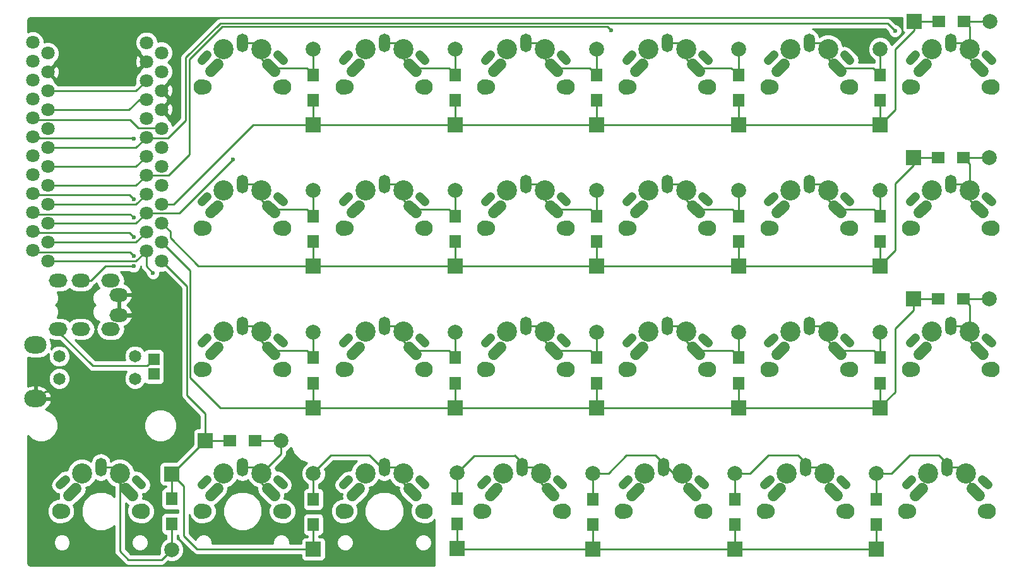
<source format=gtl>
G04 #@! TF.FileFunction,Copper,L1,Top,Signal*
%FSLAX46Y46*%
G04 Gerber Fmt 4.6, Leading zero omitted, Abs format (unit mm)*
G04 Created by KiCad (PCBNEW 4.0.7) date *
%MOMM*%
%LPD*%
G01*
G04 APERTURE LIST*
%ADD10C,0.100000*%
%ADD11R,1.524000X1.524000*%
%ADD12O,2.500000X1.800000*%
%ADD13C,1.800000*%
%ADD14O,3.000000X2.300000*%
%ADD15C,1.651000*%
%ADD16O,1.500000X2.500000*%
%ADD17C,1.200000*%
%ADD18C,2.100000*%
%ADD19C,1.500000*%
%ADD20C,1.910000*%
%ADD21C,2.700000*%
%ADD22R,1.500000X1.800000*%
%ADD23C,1.998980*%
%ADD24R,1.998980X1.998980*%
%ADD25R,1.800000X1.500000*%
%ADD26C,0.600000*%
%ADD27C,0.250000*%
%ADD28C,0.254000*%
G04 APERTURE END LIST*
D10*
D11*
X117600000Y-103600000D03*
X117600000Y-101600000D03*
D12*
X107800000Y-97550000D03*
X104800000Y-97550000D03*
X111800000Y-97550000D03*
X112900000Y-92950000D03*
X112900000Y-95650000D03*
X111800000Y-91050000D03*
X104800000Y-91050000D03*
X107800000Y-91050000D03*
D13*
X103410000Y-88430000D03*
X103410000Y-85890000D03*
X103410000Y-83350000D03*
X103410000Y-80810000D03*
X103410000Y-78270000D03*
X103410000Y-75730000D03*
X103410000Y-73190000D03*
X103380000Y-70650000D03*
X103380000Y-68110000D03*
X103380000Y-65570000D03*
X103380000Y-63030000D03*
X103380000Y-60490000D03*
X118620000Y-60430000D03*
X118620000Y-62970000D03*
X118620000Y-65510000D03*
X118620000Y-68050000D03*
X118620000Y-70590000D03*
X118650000Y-73130000D03*
X118650000Y-75670000D03*
X118650000Y-78210000D03*
X118650000Y-80750000D03*
X118650000Y-83290000D03*
X118650000Y-85830000D03*
X118650000Y-88370000D03*
D14*
X101750000Y-99700000D03*
X101750000Y-106900000D03*
D15*
X115080000Y-104200000D03*
X104920000Y-104200000D03*
X115080000Y-101200000D03*
X104920000Y-101200000D03*
D13*
X116590000Y-87030000D03*
X116590000Y-84490000D03*
X116590000Y-81950000D03*
X116590000Y-79410000D03*
X116590000Y-76870000D03*
X116590000Y-74330000D03*
X116590000Y-71790000D03*
X116620000Y-69250000D03*
X116620000Y-66710000D03*
X116620000Y-64170000D03*
X116620000Y-61630000D03*
X116620000Y-59090000D03*
X101380000Y-59030000D03*
X101380000Y-61570000D03*
X101380000Y-64110000D03*
X101380000Y-66650000D03*
X101380000Y-69190000D03*
X101350000Y-71730000D03*
X101350000Y-74270000D03*
X101350000Y-76810000D03*
X101350000Y-79350000D03*
X101350000Y-81890000D03*
X101350000Y-84430000D03*
X101350000Y-86970000D03*
D16*
X129500000Y-59100000D03*
D17*
X134246447Y-60746447D02*
X134953553Y-61453553D01*
X124046447Y-61453553D02*
X124753553Y-60746447D01*
D18*
X135000000Y-65000000D03*
X124000000Y-65000000D03*
D19*
X125230381Y-62919619D02*
X126149619Y-62000381D01*
D20*
X124420000Y-65000000D03*
X134580000Y-65000000D03*
D19*
X132850381Y-62000381D02*
X133769619Y-62919619D01*
D21*
X126960000Y-59920000D03*
X132040000Y-59920000D03*
D16*
X224000000Y-116100000D03*
D17*
X228746447Y-117746447D02*
X229453553Y-118453553D01*
X218546447Y-118453553D02*
X219253553Y-117746447D01*
D18*
X229500000Y-122000000D03*
X218500000Y-122000000D03*
D19*
X219730381Y-119919619D02*
X220649619Y-119000381D01*
D20*
X218920000Y-122000000D03*
X229080000Y-122000000D03*
D19*
X227350381Y-119000381D02*
X228269619Y-119919619D01*
D21*
X221460000Y-116920000D03*
X226540000Y-116920000D03*
D16*
X205000000Y-116100000D03*
D17*
X209746447Y-117746447D02*
X210453553Y-118453553D01*
X199546447Y-118453553D02*
X200253553Y-117746447D01*
D18*
X210500000Y-122000000D03*
X199500000Y-122000000D03*
D19*
X200730381Y-119919619D02*
X201649619Y-119000381D01*
D20*
X199920000Y-122000000D03*
X210080000Y-122000000D03*
D19*
X208350381Y-119000381D02*
X209269619Y-119919619D01*
D21*
X202460000Y-116920000D03*
X207540000Y-116920000D03*
D16*
X186000000Y-116100000D03*
D17*
X190746447Y-117746447D02*
X191453553Y-118453553D01*
X180546447Y-118453553D02*
X181253553Y-117746447D01*
D18*
X191500000Y-122000000D03*
X180500000Y-122000000D03*
D19*
X181730381Y-119919619D02*
X182649619Y-119000381D01*
D20*
X180920000Y-122000000D03*
X191080000Y-122000000D03*
D19*
X189350381Y-119000381D02*
X190269619Y-119919619D01*
D21*
X183460000Y-116920000D03*
X188540000Y-116920000D03*
D16*
X167000000Y-116100000D03*
D17*
X171746447Y-117746447D02*
X172453553Y-118453553D01*
X161546447Y-118453553D02*
X162253553Y-117746447D01*
D18*
X172500000Y-122000000D03*
X161500000Y-122000000D03*
D19*
X162730381Y-119919619D02*
X163649619Y-119000381D01*
D20*
X161920000Y-122000000D03*
X172080000Y-122000000D03*
D19*
X170350381Y-119000381D02*
X171269619Y-119919619D01*
D21*
X164460000Y-116920000D03*
X169540000Y-116920000D03*
D16*
X148500000Y-116100000D03*
D17*
X153246447Y-117746447D02*
X153953553Y-118453553D01*
X143046447Y-118453553D02*
X143753553Y-117746447D01*
D18*
X154000000Y-122000000D03*
X143000000Y-122000000D03*
D19*
X144230381Y-119919619D02*
X145149619Y-119000381D01*
D20*
X143420000Y-122000000D03*
X153580000Y-122000000D03*
D19*
X151850381Y-119000381D02*
X152769619Y-119919619D01*
D21*
X145960000Y-116920000D03*
X151040000Y-116920000D03*
D16*
X129500000Y-116100000D03*
D17*
X134246447Y-117746447D02*
X134953553Y-118453553D01*
X124046447Y-118453553D02*
X124753553Y-117746447D01*
D18*
X135000000Y-122000000D03*
X124000000Y-122000000D03*
D19*
X125230381Y-119919619D02*
X126149619Y-119000381D01*
D20*
X124420000Y-122000000D03*
X134580000Y-122000000D03*
D19*
X132850381Y-119000381D02*
X133769619Y-119919619D01*
D21*
X126960000Y-116920000D03*
X132040000Y-116920000D03*
D16*
X110500000Y-116100000D03*
D17*
X115246447Y-117746447D02*
X115953553Y-118453553D01*
X105046447Y-118453553D02*
X105753553Y-117746447D01*
D18*
X116000000Y-122000000D03*
X105000000Y-122000000D03*
D19*
X106230381Y-119919619D02*
X107149619Y-119000381D01*
D20*
X105420000Y-122000000D03*
X115580000Y-122000000D03*
D19*
X113850381Y-119000381D02*
X114769619Y-119919619D01*
D21*
X107960000Y-116920000D03*
X113040000Y-116920000D03*
D16*
X224500000Y-97100000D03*
D17*
X229246447Y-98746447D02*
X229953553Y-99453553D01*
X219046447Y-99453553D02*
X219753553Y-98746447D01*
D18*
X230000000Y-103000000D03*
X219000000Y-103000000D03*
D19*
X220230381Y-100919619D02*
X221149619Y-100000381D01*
D20*
X219420000Y-103000000D03*
X229580000Y-103000000D03*
D19*
X227850381Y-100000381D02*
X228769619Y-100919619D01*
D21*
X221960000Y-97920000D03*
X227040000Y-97920000D03*
D16*
X205500000Y-97100000D03*
D17*
X210246447Y-98746447D02*
X210953553Y-99453553D01*
X200046447Y-99453553D02*
X200753553Y-98746447D01*
D18*
X211000000Y-103000000D03*
X200000000Y-103000000D03*
D19*
X201230381Y-100919619D02*
X202149619Y-100000381D01*
D20*
X200420000Y-103000000D03*
X210580000Y-103000000D03*
D19*
X208850381Y-100000381D02*
X209769619Y-100919619D01*
D21*
X202960000Y-97920000D03*
X208040000Y-97920000D03*
D16*
X186500000Y-97100000D03*
D17*
X191246447Y-98746447D02*
X191953553Y-99453553D01*
X181046447Y-99453553D02*
X181753553Y-98746447D01*
D18*
X192000000Y-103000000D03*
X181000000Y-103000000D03*
D19*
X182230381Y-100919619D02*
X183149619Y-100000381D01*
D20*
X181420000Y-103000000D03*
X191580000Y-103000000D03*
D19*
X189850381Y-100000381D02*
X190769619Y-100919619D01*
D21*
X183960000Y-97920000D03*
X189040000Y-97920000D03*
D16*
X167500000Y-97100000D03*
D17*
X172246447Y-98746447D02*
X172953553Y-99453553D01*
X162046447Y-99453553D02*
X162753553Y-98746447D01*
D18*
X173000000Y-103000000D03*
X162000000Y-103000000D03*
D19*
X163230381Y-100919619D02*
X164149619Y-100000381D01*
D20*
X162420000Y-103000000D03*
X172580000Y-103000000D03*
D19*
X170850381Y-100000381D02*
X171769619Y-100919619D01*
D21*
X164960000Y-97920000D03*
X170040000Y-97920000D03*
D16*
X148500000Y-97100000D03*
D17*
X153246447Y-98746447D02*
X153953553Y-99453553D01*
X143046447Y-99453553D02*
X143753553Y-98746447D01*
D18*
X154000000Y-103000000D03*
X143000000Y-103000000D03*
D19*
X144230381Y-100919619D02*
X145149619Y-100000381D01*
D20*
X143420000Y-103000000D03*
X153580000Y-103000000D03*
D19*
X151850381Y-100000381D02*
X152769619Y-100919619D01*
D21*
X145960000Y-97920000D03*
X151040000Y-97920000D03*
D16*
X129500000Y-97100000D03*
D17*
X134246447Y-98746447D02*
X134953553Y-99453553D01*
X124046447Y-99453553D02*
X124753553Y-98746447D01*
D18*
X135000000Y-103000000D03*
X124000000Y-103000000D03*
D19*
X125230381Y-100919619D02*
X126149619Y-100000381D01*
D20*
X124420000Y-103000000D03*
X134580000Y-103000000D03*
D19*
X132850381Y-100000381D02*
X133769619Y-100919619D01*
D21*
X126960000Y-97920000D03*
X132040000Y-97920000D03*
D16*
X224500000Y-78100000D03*
D17*
X229246447Y-79746447D02*
X229953553Y-80453553D01*
X219046447Y-80453553D02*
X219753553Y-79746447D01*
D18*
X230000000Y-84000000D03*
X219000000Y-84000000D03*
D19*
X220230381Y-81919619D02*
X221149619Y-81000381D01*
D20*
X219420000Y-84000000D03*
X229580000Y-84000000D03*
D19*
X227850381Y-81000381D02*
X228769619Y-81919619D01*
D21*
X221960000Y-78920000D03*
X227040000Y-78920000D03*
D16*
X205500000Y-78100000D03*
D17*
X210246447Y-79746447D02*
X210953553Y-80453553D01*
X200046447Y-80453553D02*
X200753553Y-79746447D01*
D18*
X211000000Y-84000000D03*
X200000000Y-84000000D03*
D19*
X201230381Y-81919619D02*
X202149619Y-81000381D01*
D20*
X200420000Y-84000000D03*
X210580000Y-84000000D03*
D19*
X208850381Y-81000381D02*
X209769619Y-81919619D01*
D21*
X202960000Y-78920000D03*
X208040000Y-78920000D03*
D16*
X186500000Y-78100000D03*
D17*
X191246447Y-79746447D02*
X191953553Y-80453553D01*
X181046447Y-80453553D02*
X181753553Y-79746447D01*
D18*
X192000000Y-84000000D03*
X181000000Y-84000000D03*
D19*
X182230381Y-81919619D02*
X183149619Y-81000381D01*
D20*
X181420000Y-84000000D03*
X191580000Y-84000000D03*
D19*
X189850381Y-81000381D02*
X190769619Y-81919619D01*
D21*
X183960000Y-78920000D03*
X189040000Y-78920000D03*
D16*
X167500000Y-78100000D03*
D17*
X172246447Y-79746447D02*
X172953553Y-80453553D01*
X162046447Y-80453553D02*
X162753553Y-79746447D01*
D18*
X173000000Y-84000000D03*
X162000000Y-84000000D03*
D19*
X163230381Y-81919619D02*
X164149619Y-81000381D01*
D20*
X162420000Y-84000000D03*
X172580000Y-84000000D03*
D19*
X170850381Y-81000381D02*
X171769619Y-81919619D01*
D21*
X164960000Y-78920000D03*
X170040000Y-78920000D03*
D16*
X148500000Y-78100000D03*
D17*
X153246447Y-79746447D02*
X153953553Y-80453553D01*
X143046447Y-80453553D02*
X143753553Y-79746447D01*
D18*
X154000000Y-84000000D03*
X143000000Y-84000000D03*
D19*
X144230381Y-81919619D02*
X145149619Y-81000381D01*
D20*
X143420000Y-84000000D03*
X153580000Y-84000000D03*
D19*
X151850381Y-81000381D02*
X152769619Y-81919619D01*
D21*
X145960000Y-78920000D03*
X151040000Y-78920000D03*
D16*
X129500000Y-78100000D03*
D17*
X134246447Y-79746447D02*
X134953553Y-80453553D01*
X124046447Y-80453553D02*
X124753553Y-79746447D01*
D18*
X135000000Y-84000000D03*
X124000000Y-84000000D03*
D19*
X125230381Y-81919619D02*
X126149619Y-81000381D01*
D20*
X124420000Y-84000000D03*
X134580000Y-84000000D03*
D19*
X132850381Y-81000381D02*
X133769619Y-81919619D01*
D21*
X126960000Y-78920000D03*
X132040000Y-78920000D03*
D16*
X205500000Y-59100000D03*
D17*
X210246447Y-60746447D02*
X210953553Y-61453553D01*
X200046447Y-61453553D02*
X200753553Y-60746447D01*
D18*
X211000000Y-65000000D03*
X200000000Y-65000000D03*
D19*
X201230381Y-62919619D02*
X202149619Y-62000381D01*
D20*
X200420000Y-65000000D03*
X210580000Y-65000000D03*
D19*
X208850381Y-62000381D02*
X209769619Y-62919619D01*
D21*
X202960000Y-59920000D03*
X208040000Y-59920000D03*
D16*
X186500000Y-59100000D03*
D17*
X191246447Y-60746447D02*
X191953553Y-61453553D01*
X181046447Y-61453553D02*
X181753553Y-60746447D01*
D18*
X192000000Y-65000000D03*
X181000000Y-65000000D03*
D19*
X182230381Y-62919619D02*
X183149619Y-62000381D01*
D20*
X181420000Y-65000000D03*
X191580000Y-65000000D03*
D19*
X189850381Y-62000381D02*
X190769619Y-62919619D01*
D21*
X183960000Y-59920000D03*
X189040000Y-59920000D03*
D16*
X167500000Y-59100000D03*
D17*
X172246447Y-60746447D02*
X172953553Y-61453553D01*
X162046447Y-61453553D02*
X162753553Y-60746447D01*
D18*
X173000000Y-65000000D03*
X162000000Y-65000000D03*
D19*
X163230381Y-62919619D02*
X164149619Y-62000381D01*
D20*
X162420000Y-65000000D03*
X172580000Y-65000000D03*
D19*
X170850381Y-62000381D02*
X171769619Y-62919619D01*
D21*
X164960000Y-59920000D03*
X170040000Y-59920000D03*
D16*
X148500000Y-59100000D03*
D17*
X153246447Y-60746447D02*
X153953553Y-61453553D01*
X143046447Y-61453553D02*
X143753553Y-60746447D01*
D18*
X154000000Y-65000000D03*
X143000000Y-65000000D03*
D19*
X144230381Y-62919619D02*
X145149619Y-62000381D01*
D20*
X143420000Y-65000000D03*
X153580000Y-65000000D03*
D19*
X151850381Y-62000381D02*
X152769619Y-62919619D01*
D21*
X145960000Y-59920000D03*
X151040000Y-59920000D03*
D16*
X224500000Y-59100000D03*
D17*
X229246447Y-60746447D02*
X229953553Y-61453553D01*
X219046447Y-61453553D02*
X219753553Y-60746447D01*
D18*
X230000000Y-65000000D03*
X219000000Y-65000000D03*
D19*
X220230381Y-62919619D02*
X221149619Y-62000381D01*
D20*
X219420000Y-65000000D03*
X229580000Y-65000000D03*
D19*
X227850381Y-62000381D02*
X228769619Y-62919619D01*
D21*
X221960000Y-59920000D03*
X227040000Y-59920000D03*
D22*
X215000000Y-82400000D03*
X215000000Y-85800000D03*
D23*
X214997460Y-78940000D03*
D24*
X214997460Y-89100000D03*
D22*
X214500000Y-120400000D03*
X214500000Y-123800000D03*
D23*
X214497460Y-116940000D03*
D24*
X214497460Y-127100000D03*
D25*
X226200000Y-93500000D03*
X222800000Y-93500000D03*
D23*
X229660000Y-93497460D03*
D24*
X219500000Y-93497460D03*
D25*
X226200000Y-74500000D03*
X222800000Y-74500000D03*
D23*
X229660000Y-74497460D03*
D24*
X219500000Y-74497460D03*
D25*
X226300000Y-56200000D03*
X222900000Y-56200000D03*
D23*
X229760000Y-56197460D03*
D24*
X219600000Y-56197460D03*
D22*
X195500000Y-120400000D03*
X195500000Y-123800000D03*
D23*
X195497460Y-116940000D03*
D24*
X195497460Y-127100000D03*
D22*
X215000000Y-101400000D03*
X215000000Y-104800000D03*
D23*
X214997460Y-97940000D03*
D24*
X214997460Y-108100000D03*
D22*
X176500000Y-120400000D03*
X176500000Y-123800000D03*
D23*
X176497460Y-116940000D03*
D24*
X176497460Y-127100000D03*
D22*
X196000000Y-101400000D03*
X196000000Y-104800000D03*
D23*
X195997460Y-97940000D03*
D24*
X195997460Y-108100000D03*
D22*
X196000000Y-82400000D03*
X196000000Y-85800000D03*
D23*
X195997460Y-78940000D03*
D24*
X195997460Y-89100000D03*
D22*
X196000000Y-63400000D03*
X196000000Y-66800000D03*
D23*
X195997460Y-59940000D03*
D24*
X195997460Y-70100000D03*
D22*
X158300000Y-120300000D03*
X158300000Y-123700000D03*
D23*
X158297460Y-116840000D03*
D24*
X158297460Y-127000000D03*
D22*
X177000000Y-101400000D03*
X177000000Y-104800000D03*
D23*
X176997460Y-97940000D03*
D24*
X176997460Y-108100000D03*
D22*
X177000000Y-82400000D03*
X177000000Y-85800000D03*
D23*
X176997460Y-78940000D03*
D24*
X176997460Y-89100000D03*
D22*
X177000000Y-63400000D03*
X177000000Y-66800000D03*
D23*
X176997460Y-59940000D03*
D24*
X176997460Y-70100000D03*
D22*
X139000000Y-120400000D03*
X139000000Y-123800000D03*
D23*
X138997460Y-116940000D03*
D24*
X138997460Y-127100000D03*
D22*
X158000000Y-101400000D03*
X158000000Y-104800000D03*
D23*
X157997460Y-97940000D03*
D24*
X157997460Y-108100000D03*
D22*
X158000000Y-82400000D03*
X158000000Y-85800000D03*
D23*
X157997460Y-78940000D03*
D24*
X157997460Y-89100000D03*
D22*
X158000000Y-63400000D03*
X158000000Y-66800000D03*
D23*
X157997460Y-59940000D03*
D24*
X157997460Y-70100000D03*
D25*
X131200000Y-112500000D03*
X127800000Y-112500000D03*
D23*
X134660000Y-112497460D03*
D24*
X124500000Y-112497460D03*
D22*
X139000000Y-101400000D03*
X139000000Y-104800000D03*
D23*
X138997460Y-97940000D03*
D24*
X138997460Y-108100000D03*
D22*
X139000000Y-82400000D03*
X139000000Y-85800000D03*
D23*
X138997460Y-78940000D03*
D24*
X138997460Y-89100000D03*
D22*
X120000000Y-123700000D03*
X120000000Y-120300000D03*
D23*
X120002540Y-127160000D03*
D24*
X120002540Y-117000000D03*
D22*
X139000000Y-63400000D03*
X139000000Y-66800000D03*
D23*
X138997460Y-59940000D03*
D24*
X138997460Y-70100000D03*
D22*
X215000000Y-63400000D03*
X215000000Y-66800000D03*
D23*
X214997460Y-59940000D03*
D24*
X214997460Y-70100000D03*
D26*
X114900000Y-87700000D03*
X114900000Y-80100000D03*
X114900000Y-82600000D03*
X114900000Y-85200000D03*
X114900000Y-89100000D03*
X114900000Y-72000000D03*
X128250000Y-74750000D03*
X178900000Y-57400000D03*
X217000000Y-57500000D03*
X117500000Y-90000000D03*
D27*
X118662540Y-128500000D02*
X120002540Y-127160000D01*
X113040000Y-116920000D02*
X113040000Y-118190000D01*
X113040000Y-118190000D02*
X114310000Y-119460000D01*
X120000000Y-123700000D02*
X120000000Y-127157460D01*
X120000000Y-127157460D02*
X120002540Y-127160000D01*
X110500000Y-116100000D02*
X112220000Y-116100000D01*
X112220000Y-116100000D02*
X113040000Y-116920000D01*
X114200000Y-128500000D02*
X118662540Y-128500000D01*
X113047216Y-127347216D02*
X114200000Y-128500000D01*
X113040000Y-116920000D02*
X113040000Y-127300664D01*
X138997460Y-127100000D02*
X123400000Y-127100000D01*
X121600000Y-118597460D02*
X120002540Y-117000000D01*
X121600000Y-125300000D02*
X121600000Y-118597460D01*
X123400000Y-127100000D02*
X121600000Y-125300000D01*
X176497460Y-127100000D02*
X158397460Y-127100000D01*
X158397460Y-127100000D02*
X158297460Y-127000000D01*
X158300000Y-123700000D02*
X158300000Y-126997460D01*
X158300000Y-126997460D02*
X158297460Y-127000000D01*
X176497460Y-127100000D02*
X195497460Y-127100000D01*
X176500000Y-123800000D02*
X176500000Y-127097460D01*
X176500000Y-127097460D02*
X176497460Y-127100000D01*
X195500000Y-123800000D02*
X195500000Y-127097460D01*
X195500000Y-127097460D02*
X195497460Y-127100000D01*
X214497460Y-127100000D02*
X195497460Y-127100000D01*
X214500000Y-123800000D02*
X214500000Y-127097460D01*
X214500000Y-127097460D02*
X214497460Y-127100000D01*
X124500000Y-112497460D02*
X124500000Y-108900000D01*
X122049998Y-91769998D02*
X118650000Y-88370000D01*
X122049998Y-106449998D02*
X122049998Y-91769998D01*
X124500000Y-108900000D02*
X122049998Y-106449998D01*
X120002540Y-116900000D02*
X120097460Y-116900000D01*
X120097460Y-116900000D02*
X124500000Y-112497460D01*
X114900000Y-87700000D02*
X114400000Y-87200000D01*
X114400000Y-87200000D02*
X101580000Y-87200000D01*
X101580000Y-87200000D02*
X101350000Y-86970000D01*
X120000000Y-120300000D02*
X120000000Y-117002540D01*
X138997460Y-127000000D02*
X138997460Y-123702540D01*
X138997460Y-123702540D02*
X139000000Y-123700000D01*
X127800000Y-112500000D02*
X124502540Y-112500000D01*
X133310000Y-62460000D02*
X138160000Y-62460000D01*
X138160000Y-62460000D02*
X139000000Y-63300000D01*
X132040000Y-59920000D02*
X132040000Y-61190000D01*
X132040000Y-61190000D02*
X133310000Y-62460000D01*
X129500000Y-59100000D02*
X131220000Y-59100000D01*
X131220000Y-59100000D02*
X132040000Y-59920000D01*
X139000000Y-63300000D02*
X139000000Y-59842540D01*
X139000000Y-59842540D02*
X138997460Y-59840000D01*
X216998730Y-68098730D02*
X216998730Y-60001270D01*
X219600000Y-57400000D02*
X217000000Y-60000000D01*
X219600000Y-57400000D02*
X219600000Y-56197460D01*
X216998730Y-60001270D02*
X217000000Y-60000000D01*
X217000000Y-68097460D02*
X216998730Y-68098730D01*
X216998730Y-68098730D02*
X214997460Y-70100000D01*
X195997460Y-70100000D02*
X176997460Y-70100000D01*
X214997460Y-70100000D02*
X195997460Y-70100000D01*
X138997460Y-70100000D02*
X130900000Y-70100000D01*
X120250000Y-80750000D02*
X118650000Y-80750000D01*
X130900000Y-70100000D02*
X120250000Y-80750000D01*
X157997460Y-70100000D02*
X138997460Y-70100000D01*
X176997460Y-70100000D02*
X157997460Y-70100000D01*
X222900000Y-56200000D02*
X219602540Y-56200000D01*
X138997460Y-69900000D02*
X138997460Y-66602540D01*
X138997460Y-66602540D02*
X139000000Y-66600000D01*
X114900000Y-80100000D02*
X114300000Y-79500000D01*
X114300000Y-79500000D02*
X101500000Y-79500000D01*
X101500000Y-79500000D02*
X101350000Y-79350000D01*
X158000000Y-66700000D02*
X158000000Y-69997460D01*
X177000000Y-66700000D02*
X177000000Y-69997460D01*
X177000000Y-69997460D02*
X176997460Y-70000000D01*
X196000000Y-66700000D02*
X196000000Y-69997460D01*
X196000000Y-69997460D02*
X195997460Y-70000000D01*
X214997460Y-70000000D02*
X215002540Y-70000000D01*
X215000000Y-66700000D02*
X215000000Y-69997460D01*
X215000000Y-69997460D02*
X214997460Y-70000000D01*
X133310000Y-81460000D02*
X138160000Y-81460000D01*
X138160000Y-81460000D02*
X139000000Y-82300000D01*
X132040000Y-78920000D02*
X132040000Y-80190000D01*
X132040000Y-80190000D02*
X133310000Y-81460000D01*
X129500000Y-78100000D02*
X131220000Y-78100000D01*
X131220000Y-78100000D02*
X132040000Y-78920000D01*
X139000000Y-82300000D02*
X139000000Y-78842540D01*
X138997460Y-89100000D02*
X123600000Y-89100000D01*
X119800000Y-84440000D02*
X118650000Y-83290000D01*
X119800000Y-85300000D02*
X119800000Y-84440000D01*
X123600000Y-89100000D02*
X119800000Y-85300000D01*
X157997460Y-89100000D02*
X138997460Y-89100000D01*
X176997460Y-89100000D02*
X157997460Y-89100000D01*
X195997460Y-89100000D02*
X176997460Y-89100000D01*
X214997460Y-89100000D02*
X195997460Y-89100000D01*
X219500000Y-74497460D02*
X219500000Y-75500000D01*
X217000000Y-86997460D02*
X214997460Y-89000000D01*
X217000000Y-78000000D02*
X217000000Y-86997460D01*
X219500000Y-75500000D02*
X217000000Y-78000000D01*
X222800000Y-74500000D02*
X219502540Y-74500000D01*
X219502540Y-74500000D02*
X219500000Y-74497460D01*
X114900000Y-82600000D02*
X114400000Y-82100000D01*
X114400000Y-82100000D02*
X101560000Y-82100000D01*
X101560000Y-82100000D02*
X101350000Y-81890000D01*
X214997460Y-89000000D02*
X214997460Y-85702540D01*
X214997460Y-85702540D02*
X215000000Y-85700000D01*
X214997460Y-89000000D02*
X215002540Y-89000000D01*
X158000000Y-85700000D02*
X158000000Y-88997460D01*
X158000000Y-88997460D02*
X157997460Y-89000000D01*
X196000000Y-85700000D02*
X196000000Y-88997460D01*
X177000000Y-85700000D02*
X177000000Y-88997460D01*
X177000000Y-88997460D02*
X176997460Y-89000000D01*
X177000000Y-88997460D02*
X176997460Y-89000000D01*
X138997460Y-89000000D02*
X138997460Y-85702540D01*
X138997460Y-85702540D02*
X139000000Y-85700000D01*
X133310000Y-100460000D02*
X138160000Y-100460000D01*
X138160000Y-100460000D02*
X139000000Y-101300000D01*
X139000000Y-101300000D02*
X139000000Y-97842540D01*
X139000000Y-97842540D02*
X138997460Y-97840000D01*
X132040000Y-97920000D02*
X132040000Y-99190000D01*
X132040000Y-99190000D02*
X133310000Y-100460000D01*
X129500000Y-97100000D02*
X131220000Y-97100000D01*
X131220000Y-97100000D02*
X132040000Y-97920000D01*
X139000000Y-104800000D02*
X139000000Y-108097460D01*
X139000000Y-108097460D02*
X138997460Y-108100000D01*
X157997460Y-108100000D02*
X138997460Y-108100000D01*
X158000000Y-104800000D02*
X158000000Y-108097460D01*
X176997460Y-108100000D02*
X157997460Y-108100000D01*
X177000000Y-104800000D02*
X177000000Y-108097460D01*
X177000000Y-108097460D02*
X176997460Y-108100000D01*
X195997460Y-108100000D02*
X214997460Y-108100000D01*
X195997460Y-108100000D02*
X195997460Y-104802540D01*
X195997460Y-104802540D02*
X196000000Y-104800000D01*
X195997460Y-108100000D02*
X176997460Y-108100000D01*
X122500000Y-89680000D02*
X122500000Y-104100000D01*
X126500000Y-108100000D02*
X138997460Y-108100000D01*
X126500000Y-108100000D02*
X122500000Y-104100000D01*
X118650000Y-85830000D02*
X122500000Y-89680000D01*
X118820000Y-86000000D02*
X118650000Y-85830000D01*
X219500000Y-93497460D02*
X219500000Y-95000000D01*
X217000000Y-105997460D02*
X214997460Y-108000000D01*
X217000000Y-97500000D02*
X217000000Y-105997460D01*
X219500000Y-95000000D02*
X217000000Y-97500000D01*
X222800000Y-93500000D02*
X219502540Y-93500000D01*
X219502540Y-93500000D02*
X219500000Y-93497460D01*
X114900000Y-85200000D02*
X114300000Y-84600000D01*
X114300000Y-84600000D02*
X101520000Y-84600000D01*
X101520000Y-84600000D02*
X101350000Y-84430000D01*
X215000000Y-104700000D02*
X215000000Y-107997460D01*
X131200000Y-112500000D02*
X134657460Y-112500000D01*
X134657460Y-112500000D02*
X134660000Y-112497460D01*
X134660000Y-112497460D02*
X134660000Y-114300000D01*
X134660000Y-114300000D02*
X132040000Y-116920000D01*
X132040000Y-116920000D02*
X132040000Y-118190000D01*
X132040000Y-118190000D02*
X133310000Y-119460000D01*
X129500000Y-116100000D02*
X131220000Y-116100000D01*
X131220000Y-116100000D02*
X132040000Y-116920000D01*
X157997460Y-59940000D02*
X157997460Y-63397460D01*
X157997460Y-63397460D02*
X158000000Y-63400000D01*
X152310000Y-62460000D02*
X157160000Y-62460000D01*
X157160000Y-62460000D02*
X158000000Y-63300000D01*
X151040000Y-59920000D02*
X151040000Y-61190000D01*
X151040000Y-61190000D02*
X152310000Y-62460000D01*
X148500000Y-59100000D02*
X150220000Y-59100000D01*
X150220000Y-59100000D02*
X151040000Y-59920000D01*
X158000000Y-82300000D02*
X158000000Y-78842540D01*
X158000000Y-78842540D02*
X157997460Y-78840000D01*
X152310000Y-81460000D02*
X157160000Y-81460000D01*
X157160000Y-81460000D02*
X158000000Y-82300000D01*
X151040000Y-78920000D02*
X151040000Y-80190000D01*
X151040000Y-80190000D02*
X152310000Y-81460000D01*
X148500000Y-78100000D02*
X150220000Y-78100000D01*
X150220000Y-78100000D02*
X151040000Y-78920000D01*
X158000000Y-101300000D02*
X158000000Y-97842540D01*
X158000000Y-97842540D02*
X157997460Y-97840000D01*
X152310000Y-100460000D02*
X157160000Y-100460000D01*
X157160000Y-100460000D02*
X158000000Y-101300000D01*
X151040000Y-97920000D02*
X151040000Y-99190000D01*
X151040000Y-99190000D02*
X152310000Y-100460000D01*
X148500000Y-97100000D02*
X150220000Y-97100000D01*
X150220000Y-97100000D02*
X151040000Y-97920000D01*
X138997460Y-116940000D02*
X138997460Y-120397460D01*
X138997460Y-120397460D02*
X139000000Y-120400000D01*
X146500000Y-114500000D02*
X141337460Y-114500000D01*
X141337460Y-114500000D02*
X138997460Y-116840000D01*
X148500000Y-116100000D02*
X148100000Y-116100000D01*
X148100000Y-116100000D02*
X146500000Y-114500000D01*
X148500000Y-116100000D02*
X148500000Y-116000000D01*
X151040000Y-116920000D02*
X151040000Y-118190000D01*
X151040000Y-118190000D02*
X152310000Y-119460000D01*
X148500000Y-116100000D02*
X150220000Y-116100000D01*
X150220000Y-116100000D02*
X151040000Y-116920000D01*
X176997460Y-59940000D02*
X176997460Y-63397460D01*
X176997460Y-63397460D02*
X177000000Y-63400000D01*
X171310000Y-62460000D02*
X176060000Y-62460000D01*
X176060000Y-62460000D02*
X177000000Y-63400000D01*
X170040000Y-59920000D02*
X170040000Y-61190000D01*
X170040000Y-61190000D02*
X171310000Y-62460000D01*
X167500000Y-59100000D02*
X169220000Y-59100000D01*
X169220000Y-59100000D02*
X170040000Y-59920000D01*
X177000000Y-82300000D02*
X177000000Y-78842540D01*
X177000000Y-78842540D02*
X176997460Y-78840000D01*
X171310000Y-81460000D02*
X176160000Y-81460000D01*
X176160000Y-81460000D02*
X177000000Y-82300000D01*
X170040000Y-78920000D02*
X170040000Y-80190000D01*
X170040000Y-80190000D02*
X171310000Y-81460000D01*
X167500000Y-78100000D02*
X169220000Y-78100000D01*
X169220000Y-78100000D02*
X170040000Y-78920000D01*
X177000000Y-101300000D02*
X177000000Y-97842540D01*
X177000000Y-97842540D02*
X176997460Y-97840000D01*
X171310000Y-100460000D02*
X176160000Y-100460000D01*
X176160000Y-100460000D02*
X177000000Y-101300000D01*
X170040000Y-97920000D02*
X170040000Y-99190000D01*
X170040000Y-99190000D02*
X171310000Y-100460000D01*
X167500000Y-97100000D02*
X169220000Y-97100000D01*
X169220000Y-97100000D02*
X170040000Y-97920000D01*
X158297460Y-116840000D02*
X158297460Y-120297460D01*
X158297460Y-120297460D02*
X158300000Y-120300000D01*
X160587460Y-114550000D02*
X158297460Y-116840000D01*
X167000000Y-116100000D02*
X167000000Y-115500000D01*
X167000000Y-115500000D02*
X166050000Y-114550000D01*
X169540000Y-116920000D02*
X169540000Y-118190000D01*
X169540000Y-118190000D02*
X170810000Y-119460000D01*
X167000000Y-116100000D02*
X168720000Y-116100000D01*
X168720000Y-116100000D02*
X169540000Y-116920000D01*
X166050000Y-114550000D02*
X160587460Y-114550000D01*
X166050000Y-114550000D02*
X166000000Y-114500000D01*
X195997460Y-59940000D02*
X195997460Y-63397460D01*
X195997460Y-63397460D02*
X196000000Y-63400000D01*
X190310000Y-62460000D02*
X195060000Y-62460000D01*
X195060000Y-62460000D02*
X196000000Y-63400000D01*
X189040000Y-59920000D02*
X189040000Y-61190000D01*
X189040000Y-61190000D02*
X190310000Y-62460000D01*
X186500000Y-59100000D02*
X188220000Y-59100000D01*
X188220000Y-59100000D02*
X189040000Y-59920000D01*
X196000000Y-82300000D02*
X196000000Y-78842540D01*
X196000000Y-78842540D02*
X195997460Y-78840000D01*
X190310000Y-81460000D02*
X195160000Y-81460000D01*
X195160000Y-81460000D02*
X196000000Y-82300000D01*
X189040000Y-78920000D02*
X189040000Y-80190000D01*
X189040000Y-80190000D02*
X190310000Y-81460000D01*
X186500000Y-78100000D02*
X188220000Y-78100000D01*
X188220000Y-78100000D02*
X189040000Y-78920000D01*
X196000000Y-101300000D02*
X196000000Y-97842540D01*
X196000000Y-97842540D02*
X195997460Y-97840000D01*
X190310000Y-100460000D02*
X195160000Y-100460000D01*
X195160000Y-100460000D02*
X196000000Y-101300000D01*
X189040000Y-97920000D02*
X189040000Y-99190000D01*
X189040000Y-99190000D02*
X190310000Y-100460000D01*
X186500000Y-97100000D02*
X188220000Y-97100000D01*
X188220000Y-97100000D02*
X189040000Y-97920000D01*
X176497460Y-116940000D02*
X176497460Y-120397460D01*
X176497460Y-120397460D02*
X176500000Y-120400000D01*
X176497460Y-116940000D02*
X178560000Y-116940000D01*
X184900000Y-114500000D02*
X186500000Y-116100000D01*
X181000000Y-114500000D02*
X184900000Y-114500000D01*
X178560000Y-116940000D02*
X181000000Y-114500000D01*
X189040000Y-116920000D02*
X189040000Y-118190000D01*
X189040000Y-118190000D02*
X190310000Y-119460000D01*
X189040000Y-116920000D02*
X187320000Y-116920000D01*
X187320000Y-116920000D02*
X186500000Y-116100000D01*
X214997460Y-59940000D02*
X214997460Y-63397460D01*
X214997460Y-63397460D02*
X215000000Y-63400000D01*
X209310000Y-62460000D02*
X214060000Y-62460000D01*
X214060000Y-62460000D02*
X215000000Y-63400000D01*
X208040000Y-59920000D02*
X208040000Y-61190000D01*
X208040000Y-61190000D02*
X209310000Y-62460000D01*
X205500000Y-59100000D02*
X207220000Y-59100000D01*
X207220000Y-59100000D02*
X208040000Y-59920000D01*
X215000000Y-82300000D02*
X215000000Y-78842540D01*
X215000000Y-78842540D02*
X214997460Y-78840000D01*
X209310000Y-81460000D02*
X214160000Y-81460000D01*
X214160000Y-81460000D02*
X215000000Y-82300000D01*
X208040000Y-78920000D02*
X208040000Y-80190000D01*
X208040000Y-80190000D02*
X209310000Y-81460000D01*
X205500000Y-78100000D02*
X207220000Y-78100000D01*
X207220000Y-78100000D02*
X208040000Y-78920000D01*
X214997460Y-97840000D02*
X214997460Y-101297460D01*
X214997460Y-101297460D02*
X215000000Y-101300000D01*
X209310000Y-100460000D02*
X214160000Y-100460000D01*
X214160000Y-100460000D02*
X215000000Y-101300000D01*
X208040000Y-97920000D02*
X208040000Y-99190000D01*
X208040000Y-99190000D02*
X209310000Y-100460000D01*
X205500000Y-97100000D02*
X207220000Y-97100000D01*
X207220000Y-97100000D02*
X208040000Y-97920000D01*
X195500000Y-120400000D02*
X195500000Y-116942540D01*
X195500000Y-116942540D02*
X195497460Y-116940000D01*
X195497460Y-116940000D02*
X197560000Y-116940000D01*
X204000000Y-114500000D02*
X205500000Y-116000000D01*
X200000000Y-114500000D02*
X204000000Y-114500000D01*
X197560000Y-116940000D02*
X200000000Y-114500000D01*
X205500000Y-116100000D02*
X205500000Y-116000000D01*
X208040000Y-116920000D02*
X208040000Y-118190000D01*
X208040000Y-118190000D02*
X209310000Y-119460000D01*
X205500000Y-116100000D02*
X207220000Y-116100000D01*
X207220000Y-116100000D02*
X208040000Y-116920000D01*
X226300000Y-56200000D02*
X229757460Y-56200000D01*
X229757460Y-56200000D02*
X229760000Y-56197460D01*
X227040000Y-59920000D02*
X227040000Y-56940000D01*
X227040000Y-56940000D02*
X226300000Y-56200000D01*
X227040000Y-59920000D02*
X227040000Y-61190000D01*
X227040000Y-61190000D02*
X228310000Y-62460000D01*
X224500000Y-59100000D02*
X226220000Y-59100000D01*
X226220000Y-59100000D02*
X227040000Y-59920000D01*
X229660000Y-74497460D02*
X226202540Y-74497460D01*
X226202540Y-74497460D02*
X226200000Y-74500000D01*
X227040000Y-78920000D02*
X227040000Y-75340000D01*
X227040000Y-75340000D02*
X226200000Y-74500000D01*
X227040000Y-78920000D02*
X227040000Y-80190000D01*
X227040000Y-80190000D02*
X228310000Y-81460000D01*
X224500000Y-78100000D02*
X226220000Y-78100000D01*
X226220000Y-78100000D02*
X227040000Y-78920000D01*
X226200000Y-93500000D02*
X229657460Y-93500000D01*
X229657460Y-93500000D02*
X229660000Y-93497460D01*
X227040000Y-97920000D02*
X227040000Y-94340000D01*
X227040000Y-94340000D02*
X226200000Y-93500000D01*
X227040000Y-97920000D02*
X227040000Y-99190000D01*
X227040000Y-99190000D02*
X228310000Y-100460000D01*
X224500000Y-97100000D02*
X226220000Y-97100000D01*
X226220000Y-97100000D02*
X227040000Y-97920000D01*
X214497460Y-116940000D02*
X216560000Y-116940000D01*
X222900000Y-114500000D02*
X224500000Y-116100000D01*
X219000000Y-114500000D02*
X222900000Y-114500000D01*
X216560000Y-116940000D02*
X219000000Y-114500000D01*
X214500000Y-120400000D02*
X214500000Y-116942540D01*
X214500000Y-116942540D02*
X214497460Y-116940000D01*
X227040000Y-116920000D02*
X227040000Y-118190000D01*
X227040000Y-118190000D02*
X228310000Y-119460000D01*
X224500000Y-116100000D02*
X226220000Y-116100000D01*
X226220000Y-116100000D02*
X227040000Y-116920000D01*
X107800000Y-91050000D02*
X109150000Y-91050000D01*
X111100000Y-89100000D02*
X114900000Y-89100000D01*
X109150000Y-91050000D02*
X111100000Y-89100000D01*
X102300000Y-71900000D02*
X114800000Y-71900000D01*
X114800000Y-71900000D02*
X114900000Y-72000000D01*
X102130000Y-71730000D02*
X102300000Y-71900000D01*
X101350000Y-71730000D02*
X102130000Y-71730000D01*
X119800000Y-105900000D02*
X103050000Y-105900000D01*
X114950000Y-95850000D02*
X120200000Y-101100000D01*
X120200000Y-101100000D02*
X120200000Y-105500000D01*
X120200000Y-105500000D02*
X119800000Y-105900000D01*
X112800000Y-95850000D02*
X114950000Y-95850000D01*
X103050000Y-105900000D02*
X101750000Y-107200000D01*
X103380000Y-68110000D02*
X114290000Y-68110000D01*
X115690000Y-66710000D02*
X116620000Y-66710000D01*
X114290000Y-68110000D02*
X115690000Y-66710000D01*
X104800000Y-97550000D02*
X104800000Y-97850000D01*
X104800000Y-97850000D02*
X109450000Y-102500000D01*
X116700000Y-102500000D02*
X109450000Y-102500000D01*
X117600000Y-101600000D02*
X116700000Y-102500000D01*
X115500000Y-70500000D02*
X118530000Y-70500000D01*
X101590000Y-69400000D02*
X114400000Y-69400000D01*
X114400000Y-69400000D02*
X115500000Y-70500000D01*
X101590000Y-69400000D02*
X101380000Y-69190000D01*
X118530000Y-70500000D02*
X118620000Y-70590000D01*
X103380000Y-65570000D02*
X115220000Y-65570000D01*
X115220000Y-65570000D02*
X116620000Y-64170000D01*
X103410000Y-85890000D02*
X115190000Y-85890000D01*
X115190000Y-85890000D02*
X116590000Y-84490000D01*
X116640000Y-82000000D02*
X121000000Y-82000000D01*
X128250000Y-74750000D02*
X121000000Y-82000000D01*
X116640000Y-82000000D02*
X116590000Y-81950000D01*
X103410000Y-83350000D02*
X115190000Y-83350000D01*
X115190000Y-83350000D02*
X116590000Y-81950000D01*
X103410000Y-80810000D02*
X115190000Y-80810000D01*
X115190000Y-80810000D02*
X116590000Y-79410000D01*
X178450002Y-56950002D02*
X126749998Y-56950002D01*
X116620000Y-76900000D02*
X119600000Y-76900000D01*
X178900000Y-57400000D02*
X178450002Y-56950002D01*
X122400000Y-74100000D02*
X119600000Y-76900000D01*
X122400000Y-61300000D02*
X122400000Y-74100000D01*
X126749998Y-56950002D02*
X122400000Y-61300000D01*
X116620000Y-76900000D02*
X116590000Y-76870000D01*
X116620000Y-76900000D02*
X116590000Y-76870000D01*
X103410000Y-78270000D02*
X115190000Y-78270000D01*
X115190000Y-78270000D02*
X116590000Y-76870000D01*
X103410000Y-75730000D02*
X115190000Y-75730000D01*
X115190000Y-75730000D02*
X116590000Y-74330000D01*
X216000000Y-56500000D02*
X126500000Y-56500000D01*
X217000000Y-57500000D02*
X216000000Y-56500000D01*
X119500000Y-71900000D02*
X116700000Y-71900000D01*
X121900000Y-69500000D02*
X119500000Y-71900000D01*
X121900000Y-61100000D02*
X121900000Y-69500000D01*
X126500000Y-56500000D02*
X121900000Y-61100000D01*
X116700000Y-71900000D02*
X116590000Y-71790000D01*
X103410000Y-73190000D02*
X115190000Y-73190000D01*
X115190000Y-73190000D02*
X116590000Y-71790000D01*
X116590000Y-89090000D02*
X117500000Y-90000000D01*
X116590000Y-87030000D02*
X116590000Y-89090000D01*
X115190000Y-88430000D02*
X115230000Y-88430000D01*
X103410000Y-88430000D02*
X115190000Y-88430000D01*
X115190000Y-88430000D02*
X116590000Y-87030000D01*
D28*
G36*
X115887852Y-89380839D02*
X116052599Y-89627401D01*
X116564878Y-90139680D01*
X116564838Y-90185167D01*
X116706883Y-90528943D01*
X116969673Y-90792192D01*
X117313201Y-90934838D01*
X117685167Y-90935162D01*
X118028943Y-90793117D01*
X118292192Y-90530327D01*
X118434838Y-90186799D01*
X118435084Y-89904813D01*
X118953991Y-89905265D01*
X119064713Y-89859515D01*
X121289998Y-92084800D01*
X121289998Y-106449998D01*
X121347850Y-106740837D01*
X121512597Y-106987399D01*
X123740000Y-109214802D01*
X123740000Y-110850530D01*
X123500510Y-110850530D01*
X123265193Y-110894808D01*
X123049069Y-111033880D01*
X122904079Y-111246080D01*
X122853070Y-111497970D01*
X122853070Y-113069588D01*
X120569588Y-115353070D01*
X119003050Y-115353070D01*
X118767733Y-115397348D01*
X118551609Y-115536420D01*
X118406619Y-115748620D01*
X118355610Y-116000510D01*
X118355610Y-117999490D01*
X118399888Y-118234807D01*
X118538960Y-118450931D01*
X118751160Y-118595921D01*
X119003050Y-118646930D01*
X119240000Y-118646930D01*
X119240000Y-118754442D01*
X119014683Y-118796838D01*
X118798559Y-118935910D01*
X118653569Y-119148110D01*
X118602560Y-119400000D01*
X118602560Y-121200000D01*
X118646838Y-121435317D01*
X118785910Y-121651441D01*
X118998110Y-121796431D01*
X119250000Y-121847440D01*
X120750000Y-121847440D01*
X120840000Y-121830505D01*
X120840000Y-122170785D01*
X120750000Y-122152560D01*
X119250000Y-122152560D01*
X119014683Y-122196838D01*
X118798559Y-122335910D01*
X118653569Y-122548110D01*
X118602560Y-122800000D01*
X118602560Y-124600000D01*
X118646838Y-124835317D01*
X118785910Y-125051441D01*
X118998110Y-125196431D01*
X119240000Y-125245415D01*
X119240000Y-125706553D01*
X119077885Y-125773538D01*
X118617694Y-126232927D01*
X118368334Y-126833453D01*
X118367766Y-127483694D01*
X118436849Y-127650889D01*
X118347738Y-127740000D01*
X114514802Y-127740000D01*
X113800000Y-127025198D01*
X113800000Y-126424775D01*
X114584803Y-126424775D01*
X114757233Y-126842086D01*
X115076235Y-127161645D01*
X115493244Y-127334803D01*
X115944775Y-127335197D01*
X116362086Y-127162767D01*
X116681645Y-126843765D01*
X116854803Y-126426756D01*
X116855197Y-125975225D01*
X116682767Y-125557914D01*
X116363765Y-125238355D01*
X115946756Y-125065197D01*
X115495225Y-125064803D01*
X115077914Y-125237233D01*
X114758355Y-125556235D01*
X114585197Y-125973244D01*
X114584803Y-126424775D01*
X113800000Y-126424775D01*
X113800000Y-120908686D01*
X113818467Y-120927153D01*
X114198436Y-121181039D01*
X113990277Y-121682342D01*
X113989725Y-122314883D01*
X114231278Y-122899486D01*
X114678161Y-123347150D01*
X115262342Y-123589723D01*
X115434979Y-123589874D01*
X115663362Y-123684707D01*
X116333697Y-123685292D01*
X116953229Y-123429306D01*
X117427640Y-122955722D01*
X117684707Y-122336638D01*
X117685292Y-121666303D01*
X117429306Y-121046771D01*
X116955722Y-120572360D01*
X116336638Y-120315293D01*
X116109752Y-120315095D01*
X116182810Y-119947810D01*
X116129992Y-119682274D01*
X116450203Y-119618580D01*
X116850866Y-119350866D01*
X117118580Y-118950203D01*
X117212589Y-118477589D01*
X117118580Y-118004975D01*
X116850866Y-117604312D01*
X116095688Y-116849134D01*
X115695025Y-116581420D01*
X115222411Y-116487411D01*
X115025236Y-116526632D01*
X114723782Y-115797057D01*
X114165880Y-115238181D01*
X113436573Y-114935346D01*
X112646891Y-114934657D01*
X111917057Y-115236218D01*
X111836067Y-115317067D01*
X111779573Y-115033054D01*
X111479343Y-114583728D01*
X111030017Y-114283498D01*
X110500000Y-114178071D01*
X109969983Y-114283498D01*
X109520657Y-114583728D01*
X109220427Y-115033054D01*
X109164049Y-115316486D01*
X109085880Y-115238181D01*
X108356573Y-114935346D01*
X107566891Y-114934657D01*
X106837057Y-115236218D01*
X106278181Y-115794120D01*
X105975346Y-116523427D01*
X105975343Y-116526747D01*
X105777589Y-116487411D01*
X105304975Y-116581420D01*
X104904312Y-116849134D01*
X104149134Y-117604312D01*
X103881420Y-118004975D01*
X103787411Y-118477589D01*
X103881420Y-118950203D01*
X104149134Y-119350866D01*
X104549797Y-119618580D01*
X104870008Y-119682274D01*
X104817190Y-119947810D01*
X104890210Y-120314903D01*
X104666303Y-120314708D01*
X104046771Y-120570694D01*
X103572360Y-121044278D01*
X103315293Y-121663362D01*
X103314708Y-122333697D01*
X103570694Y-122953229D01*
X104044278Y-123427640D01*
X104663362Y-123684707D01*
X105333697Y-123685292D01*
X105564016Y-123590126D01*
X105734883Y-123590275D01*
X106319486Y-123348722D01*
X106767150Y-122901839D01*
X107009723Y-122317658D01*
X107010275Y-121685117D01*
X106801901Y-121180814D01*
X107181533Y-120927153D01*
X108157153Y-119951533D01*
X108457383Y-119502206D01*
X108562810Y-118972190D01*
X108534597Y-118830354D01*
X109082943Y-118603782D01*
X109641819Y-118045880D01*
X109755148Y-117772954D01*
X109969983Y-117916502D01*
X110500000Y-118021929D01*
X111030017Y-117916502D01*
X111244702Y-117773054D01*
X111356218Y-118042943D01*
X111914120Y-118601819D01*
X112280000Y-118753746D01*
X112280000Y-120053400D01*
X111994557Y-119767458D01*
X111026433Y-119365458D01*
X109978166Y-119364543D01*
X109009342Y-119764853D01*
X108267458Y-120505443D01*
X107865458Y-121473567D01*
X107864543Y-122521834D01*
X108264853Y-123490658D01*
X109005443Y-124232542D01*
X109973567Y-124634542D01*
X111021834Y-124635457D01*
X111990658Y-124235147D01*
X112280000Y-123946310D01*
X112280000Y-127300664D01*
X112288238Y-127342078D01*
X112287216Y-127347216D01*
X112345068Y-127638055D01*
X112509815Y-127884617D01*
X113662599Y-129037401D01*
X113909161Y-129202148D01*
X114200000Y-129260000D01*
X118662540Y-129260000D01*
X118953379Y-129202148D01*
X119199941Y-129037401D01*
X119511457Y-128725885D01*
X119675993Y-128794206D01*
X120326234Y-128794774D01*
X120927195Y-128546462D01*
X121387386Y-128087073D01*
X121636746Y-127486547D01*
X121637314Y-126836306D01*
X121389002Y-126235345D01*
X120929613Y-125775154D01*
X120760000Y-125704725D01*
X120760000Y-125245558D01*
X120840000Y-125230505D01*
X120840000Y-125300000D01*
X120897852Y-125590839D01*
X121062599Y-125837401D01*
X122862599Y-127637401D01*
X123109160Y-127802148D01*
X123157414Y-127811746D01*
X123400000Y-127860000D01*
X137350530Y-127860000D01*
X137350530Y-128099490D01*
X137394808Y-128334807D01*
X137533880Y-128550931D01*
X137746080Y-128695921D01*
X137997970Y-128746930D01*
X139996950Y-128746930D01*
X140232267Y-128702652D01*
X140448391Y-128563580D01*
X140593381Y-128351380D01*
X140644390Y-128099490D01*
X140644390Y-126424775D01*
X142144803Y-126424775D01*
X142317233Y-126842086D01*
X142636235Y-127161645D01*
X143053244Y-127334803D01*
X143504775Y-127335197D01*
X143922086Y-127162767D01*
X144241645Y-126843765D01*
X144414803Y-126426756D01*
X144414804Y-126424775D01*
X152584803Y-126424775D01*
X152757233Y-126842086D01*
X153076235Y-127161645D01*
X153493244Y-127334803D01*
X153944775Y-127335197D01*
X154362086Y-127162767D01*
X154681645Y-126843765D01*
X154854803Y-126426756D01*
X154855197Y-125975225D01*
X154682767Y-125557914D01*
X154363765Y-125238355D01*
X153946756Y-125065197D01*
X153495225Y-125064803D01*
X153077914Y-125237233D01*
X152758355Y-125556235D01*
X152585197Y-125973244D01*
X152584803Y-126424775D01*
X144414804Y-126424775D01*
X144415197Y-125975225D01*
X144242767Y-125557914D01*
X143923765Y-125238355D01*
X143506756Y-125065197D01*
X143055225Y-125064803D01*
X142637914Y-125237233D01*
X142318355Y-125556235D01*
X142145197Y-125973244D01*
X142144803Y-126424775D01*
X140644390Y-126424775D01*
X140644390Y-126100510D01*
X140600112Y-125865193D01*
X140461040Y-125649069D01*
X140248840Y-125504079D01*
X139996950Y-125453070D01*
X139757460Y-125453070D01*
X139757460Y-125346036D01*
X139985317Y-125303162D01*
X140201441Y-125164090D01*
X140346431Y-124951890D01*
X140397440Y-124700000D01*
X140397440Y-122900000D01*
X140353162Y-122664683D01*
X140214090Y-122448559D01*
X140001890Y-122303569D01*
X139750000Y-122252560D01*
X138250000Y-122252560D01*
X138014683Y-122296838D01*
X137798559Y-122435910D01*
X137653569Y-122648110D01*
X137602560Y-122900000D01*
X137602560Y-124700000D01*
X137646838Y-124935317D01*
X137785910Y-125151441D01*
X137998110Y-125296431D01*
X138237460Y-125344901D01*
X138237460Y-125453070D01*
X137997970Y-125453070D01*
X137762653Y-125497348D01*
X137546529Y-125636420D01*
X137401539Y-125848620D01*
X137350530Y-126100510D01*
X137350530Y-126340000D01*
X135854879Y-126340000D01*
X135855197Y-125975225D01*
X135682767Y-125557914D01*
X135363765Y-125238355D01*
X134946756Y-125065197D01*
X134495225Y-125064803D01*
X134077914Y-125237233D01*
X133758355Y-125556235D01*
X133585197Y-125973244D01*
X133584877Y-126340000D01*
X125414879Y-126340000D01*
X125415197Y-125975225D01*
X125242767Y-125557914D01*
X124923765Y-125238355D01*
X124506756Y-125065197D01*
X124055225Y-125064803D01*
X123637914Y-125237233D01*
X123318355Y-125556235D01*
X123204714Y-125829912D01*
X122360000Y-124985198D01*
X122360000Y-122443312D01*
X122570694Y-122953229D01*
X123044278Y-123427640D01*
X123663362Y-123684707D01*
X124333697Y-123685292D01*
X124564016Y-123590126D01*
X124734883Y-123590275D01*
X125319486Y-123348722D01*
X125767150Y-122901839D01*
X125924941Y-122521834D01*
X126864543Y-122521834D01*
X127264853Y-123490658D01*
X128005443Y-124232542D01*
X128973567Y-124634542D01*
X130021834Y-124635457D01*
X130990658Y-124235147D01*
X131732542Y-123494557D01*
X132134542Y-122526433D01*
X132135457Y-121478166D01*
X131735147Y-120509342D01*
X130994557Y-119767458D01*
X130026433Y-119365458D01*
X128978166Y-119364543D01*
X128009342Y-119764853D01*
X127267458Y-120505443D01*
X126865458Y-121473567D01*
X126864543Y-122521834D01*
X125924941Y-122521834D01*
X126009723Y-122317658D01*
X126010275Y-121685117D01*
X125801901Y-121180814D01*
X126181533Y-120927153D01*
X127157153Y-119951533D01*
X127457383Y-119502206D01*
X127562810Y-118972190D01*
X127534597Y-118830354D01*
X128082943Y-118603782D01*
X128641819Y-118045880D01*
X128755148Y-117772954D01*
X128969983Y-117916502D01*
X129500000Y-118021929D01*
X130030017Y-117916502D01*
X130244702Y-117773054D01*
X130356218Y-118042943D01*
X130914120Y-118601819D01*
X131465334Y-118830703D01*
X131437190Y-118972190D01*
X131542617Y-119502206D01*
X131842847Y-119951533D01*
X132818467Y-120927153D01*
X133198436Y-121181039D01*
X132990277Y-121682342D01*
X132989725Y-122314883D01*
X133231278Y-122899486D01*
X133678161Y-123347150D01*
X134262342Y-123589723D01*
X134434979Y-123589874D01*
X134663362Y-123684707D01*
X135333697Y-123685292D01*
X135953229Y-123429306D01*
X136427640Y-122955722D01*
X136684707Y-122336638D01*
X136685292Y-121666303D01*
X136429306Y-121046771D01*
X135955722Y-120572360D01*
X135336638Y-120315293D01*
X135109752Y-120315095D01*
X135182810Y-119947810D01*
X135129992Y-119682274D01*
X135450203Y-119618580D01*
X135850866Y-119350866D01*
X136118580Y-118950203D01*
X136212589Y-118477589D01*
X136118580Y-118004975D01*
X135850866Y-117604312D01*
X135095688Y-116849134D01*
X134695025Y-116581420D01*
X134222411Y-116487411D01*
X134025236Y-116526632D01*
X133874055Y-116160747D01*
X135197401Y-114837401D01*
X135362148Y-114590839D01*
X135420000Y-114300000D01*
X135420000Y-113951956D01*
X135584655Y-113883922D01*
X136005970Y-113463341D01*
X136340727Y-114273515D01*
X137221847Y-115156174D01*
X138125937Y-115531584D01*
X138072805Y-115553538D01*
X137612614Y-116012927D01*
X137363254Y-116613453D01*
X137362686Y-117263694D01*
X137610998Y-117864655D01*
X138070387Y-118324846D01*
X138237460Y-118394221D01*
X138237460Y-118854920D01*
X138014683Y-118896838D01*
X137798559Y-119035910D01*
X137653569Y-119248110D01*
X137602560Y-119500000D01*
X137602560Y-121300000D01*
X137646838Y-121535317D01*
X137785910Y-121751441D01*
X137998110Y-121896431D01*
X138250000Y-121947440D01*
X139750000Y-121947440D01*
X139985317Y-121903162D01*
X140201441Y-121764090D01*
X140346431Y-121551890D01*
X140397440Y-121300000D01*
X140397440Y-119500000D01*
X140353162Y-119264683D01*
X140214090Y-119048559D01*
X140001890Y-118903569D01*
X139757460Y-118854071D01*
X139757460Y-118394496D01*
X139922115Y-118326462D01*
X140382306Y-117867073D01*
X140631666Y-117266547D01*
X140632234Y-116616306D01*
X140533912Y-116378350D01*
X141652262Y-115260000D01*
X144813233Y-115260000D01*
X144278181Y-115794120D01*
X143975346Y-116523427D01*
X143975343Y-116526747D01*
X143777589Y-116487411D01*
X143304975Y-116581420D01*
X142904312Y-116849134D01*
X142149134Y-117604312D01*
X141881420Y-118004975D01*
X141787411Y-118477589D01*
X141881420Y-118950203D01*
X142149134Y-119350866D01*
X142549797Y-119618580D01*
X142870008Y-119682274D01*
X142817190Y-119947810D01*
X142890210Y-120314903D01*
X142666303Y-120314708D01*
X142046771Y-120570694D01*
X141572360Y-121044278D01*
X141315293Y-121663362D01*
X141314708Y-122333697D01*
X141570694Y-122953229D01*
X142044278Y-123427640D01*
X142663362Y-123684707D01*
X143333697Y-123685292D01*
X143564016Y-123590126D01*
X143734883Y-123590275D01*
X144319486Y-123348722D01*
X144767150Y-122901839D01*
X144924941Y-122521834D01*
X145864543Y-122521834D01*
X146264853Y-123490658D01*
X147005443Y-124232542D01*
X147973567Y-124634542D01*
X149021834Y-124635457D01*
X149990658Y-124235147D01*
X150732542Y-123494557D01*
X151134542Y-122526433D01*
X151135457Y-121478166D01*
X150735147Y-120509342D01*
X149994557Y-119767458D01*
X149026433Y-119365458D01*
X147978166Y-119364543D01*
X147009342Y-119764853D01*
X146267458Y-120505443D01*
X145865458Y-121473567D01*
X145864543Y-122521834D01*
X144924941Y-122521834D01*
X145009723Y-122317658D01*
X145010275Y-121685117D01*
X144801901Y-121180814D01*
X145181533Y-120927153D01*
X146157153Y-119951533D01*
X146457383Y-119502206D01*
X146562810Y-118972190D01*
X146534597Y-118830354D01*
X147082943Y-118603782D01*
X147641819Y-118045880D01*
X147755148Y-117772954D01*
X147969983Y-117916502D01*
X148500000Y-118021929D01*
X149030017Y-117916502D01*
X149244702Y-117773054D01*
X149356218Y-118042943D01*
X149914120Y-118601819D01*
X150465334Y-118830703D01*
X150437190Y-118972190D01*
X150542617Y-119502206D01*
X150842847Y-119951533D01*
X151818467Y-120927153D01*
X152198436Y-121181039D01*
X151990277Y-121682342D01*
X151989725Y-122314883D01*
X152231278Y-122899486D01*
X152678161Y-123347150D01*
X153262342Y-123589723D01*
X153434979Y-123589874D01*
X153663362Y-123684707D01*
X154333697Y-123685292D01*
X154953229Y-123429306D01*
X155265000Y-123118078D01*
X155265000Y-129265000D01*
X101072390Y-129265000D01*
X100904101Y-129231525D01*
X100822798Y-129177201D01*
X100768475Y-129095901D01*
X100735000Y-128927610D01*
X100735000Y-126424775D01*
X104144803Y-126424775D01*
X104317233Y-126842086D01*
X104636235Y-127161645D01*
X105053244Y-127334803D01*
X105504775Y-127335197D01*
X105922086Y-127162767D01*
X106241645Y-126843765D01*
X106414803Y-126426756D01*
X106415197Y-125975225D01*
X106242767Y-125557914D01*
X105923765Y-125238355D01*
X105506756Y-125065197D01*
X105055225Y-125064803D01*
X104637914Y-125237233D01*
X104318355Y-125556235D01*
X104145197Y-125973244D01*
X104144803Y-126424775D01*
X100735000Y-126424775D01*
X100735000Y-111884123D01*
X101236858Y-112386858D01*
X102055079Y-112726613D01*
X102941034Y-112727386D01*
X103759846Y-112389060D01*
X104386858Y-111763142D01*
X104726613Y-110944921D01*
X104726616Y-110941034D01*
X116272614Y-110941034D01*
X116610940Y-111759846D01*
X117236858Y-112386858D01*
X118055079Y-112726613D01*
X118941034Y-112727386D01*
X119759846Y-112389060D01*
X120386858Y-111763142D01*
X120726613Y-110944921D01*
X120727386Y-110058966D01*
X120389060Y-109240154D01*
X119763142Y-108613142D01*
X118944921Y-108273387D01*
X118058966Y-108272614D01*
X117240154Y-108610940D01*
X116613142Y-109236858D01*
X116273387Y-110055079D01*
X116272614Y-110941034D01*
X104726616Y-110941034D01*
X104727386Y-110058966D01*
X104389060Y-109240154D01*
X103763142Y-108613142D01*
X103106568Y-108340509D01*
X103451988Y-108072383D01*
X103797726Y-107465757D01*
X103838688Y-107303964D01*
X103721283Y-107027000D01*
X101877000Y-107027000D01*
X101877000Y-107047000D01*
X101623000Y-107047000D01*
X101623000Y-107027000D01*
X101603000Y-107027000D01*
X101603000Y-106773000D01*
X101623000Y-106773000D01*
X101623000Y-105115000D01*
X101877000Y-105115000D01*
X101877000Y-106773000D01*
X103721283Y-106773000D01*
X103838688Y-106496036D01*
X103797726Y-106334243D01*
X103451988Y-105727617D01*
X102900423Y-105299476D01*
X102227000Y-105115000D01*
X101877000Y-105115000D01*
X101623000Y-105115000D01*
X101273000Y-105115000D01*
X100735000Y-105262379D01*
X100735000Y-104489237D01*
X103459247Y-104489237D01*
X103681126Y-105026226D01*
X104091613Y-105437430D01*
X104628214Y-105660246D01*
X105209237Y-105660753D01*
X105746226Y-105438874D01*
X106157430Y-105028387D01*
X106380246Y-104491786D01*
X106380753Y-103910763D01*
X106158874Y-103373774D01*
X105748387Y-102962570D01*
X105211786Y-102739754D01*
X104630763Y-102739247D01*
X104093774Y-102961126D01*
X103682570Y-103371613D01*
X103459754Y-103908214D01*
X103459247Y-104489237D01*
X100735000Y-104489237D01*
X100735000Y-101361043D01*
X101358173Y-101485000D01*
X102141827Y-101485000D01*
X102824917Y-101349125D01*
X103404013Y-100962186D01*
X103492058Y-100830417D01*
X103459754Y-100908214D01*
X103459247Y-101489237D01*
X103681126Y-102026226D01*
X104091613Y-102437430D01*
X104628214Y-102660246D01*
X105209237Y-102660753D01*
X105746226Y-102438874D01*
X106157430Y-102028387D01*
X106380246Y-101491786D01*
X106380753Y-100910763D01*
X106158874Y-100373774D01*
X105748387Y-99962570D01*
X105211786Y-99739754D01*
X104630763Y-99739247D01*
X104093774Y-99961126D01*
X103820654Y-100233770D01*
X103926827Y-99700000D01*
X103790952Y-99016910D01*
X103704112Y-98886945D01*
X103825652Y-98968155D01*
X104413071Y-99085000D01*
X104960198Y-99085000D01*
X108912599Y-103037401D01*
X109159161Y-103202148D01*
X109450000Y-103260000D01*
X113954378Y-103260000D01*
X113842570Y-103371613D01*
X113619754Y-103908214D01*
X113619247Y-104489237D01*
X113841126Y-105026226D01*
X114251613Y-105437430D01*
X114788214Y-105660246D01*
X115369237Y-105660753D01*
X115906226Y-105438874D01*
X116317430Y-105028387D01*
X116399440Y-104830885D01*
X116586110Y-104958431D01*
X116838000Y-105009440D01*
X118362000Y-105009440D01*
X118597317Y-104965162D01*
X118813441Y-104826090D01*
X118958431Y-104613890D01*
X119009440Y-104362000D01*
X119009440Y-102838000D01*
X118965162Y-102602683D01*
X118961768Y-102597409D01*
X119009440Y-102362000D01*
X119009440Y-100838000D01*
X118965162Y-100602683D01*
X118826090Y-100386559D01*
X118613890Y-100241569D01*
X118362000Y-100190560D01*
X116838000Y-100190560D01*
X116602683Y-100234838D01*
X116386559Y-100373910D01*
X116344415Y-100435589D01*
X116318874Y-100373774D01*
X115908387Y-99962570D01*
X115371786Y-99739754D01*
X114790763Y-99739247D01*
X114253774Y-99961126D01*
X113842570Y-100371613D01*
X113619754Y-100908214D01*
X113619247Y-101489237D01*
X113722860Y-101740000D01*
X109764802Y-101740000D01*
X107034499Y-99009697D01*
X107413071Y-99085000D01*
X108186929Y-99085000D01*
X108774348Y-98968155D01*
X109272338Y-98635409D01*
X109605084Y-98137419D01*
X109721929Y-97550000D01*
X109605084Y-96962581D01*
X109272338Y-96464591D01*
X108774348Y-96131845D01*
X108186929Y-96015000D01*
X107413071Y-96015000D01*
X106825652Y-96131845D01*
X106327662Y-96464591D01*
X106300000Y-96505990D01*
X106272338Y-96464591D01*
X105774348Y-96131845D01*
X105186929Y-96015000D01*
X104652517Y-96015000D01*
X104688735Y-95978845D01*
X104884777Y-95506724D01*
X104885223Y-94995519D01*
X104690005Y-94523057D01*
X104467265Y-94299928D01*
X104688735Y-94078845D01*
X104884777Y-93606724D01*
X104885223Y-93095519D01*
X104690005Y-92623057D01*
X104652014Y-92585000D01*
X105186929Y-92585000D01*
X105774348Y-92468155D01*
X106272338Y-92135409D01*
X106300000Y-92094010D01*
X106327662Y-92135409D01*
X106825652Y-92468155D01*
X107413071Y-92585000D01*
X108186929Y-92585000D01*
X108774348Y-92468155D01*
X109272338Y-92135409D01*
X109599067Y-91646423D01*
X109687401Y-91587401D01*
X109935597Y-91339205D01*
X109994916Y-91637419D01*
X110294541Y-92085841D01*
X109873057Y-92259995D01*
X109511265Y-92621155D01*
X109315223Y-93093276D01*
X109314777Y-93604481D01*
X109509995Y-94076943D01*
X109732735Y-94300072D01*
X109511265Y-94521155D01*
X109315223Y-94993276D01*
X109314777Y-95504481D01*
X109509995Y-95976943D01*
X109871155Y-96338735D01*
X110294342Y-96514458D01*
X109994916Y-96962581D01*
X109878071Y-97550000D01*
X109994916Y-98137419D01*
X110327662Y-98635409D01*
X110825652Y-98968155D01*
X111413071Y-99085000D01*
X112186929Y-99085000D01*
X112774348Y-98968155D01*
X113272338Y-98635409D01*
X113605084Y-98137419D01*
X113721929Y-97550000D01*
X113634650Y-97111219D01*
X113954752Y-97019554D01*
X114425212Y-96645606D01*
X114716756Y-96120086D01*
X114741036Y-96014740D01*
X114620378Y-95777000D01*
X113027000Y-95777000D01*
X113027000Y-95797000D01*
X112773000Y-95797000D01*
X112773000Y-95777000D01*
X112753000Y-95777000D01*
X112753000Y-95523000D01*
X112773000Y-95523000D01*
X112773000Y-93077000D01*
X113027000Y-93077000D01*
X113027000Y-95523000D01*
X114620378Y-95523000D01*
X114741036Y-95285260D01*
X114716756Y-95179914D01*
X114425212Y-94654394D01*
X113979353Y-94300000D01*
X114425212Y-93945606D01*
X114716756Y-93420086D01*
X114741036Y-93314740D01*
X114620378Y-93077000D01*
X113027000Y-93077000D01*
X112773000Y-93077000D01*
X112753000Y-93077000D01*
X112753000Y-92823000D01*
X112773000Y-92823000D01*
X112773000Y-92803000D01*
X113027000Y-92803000D01*
X113027000Y-92823000D01*
X114620378Y-92823000D01*
X114741036Y-92585260D01*
X114716756Y-92479914D01*
X114425212Y-91954394D01*
X113954752Y-91580446D01*
X113634650Y-91488781D01*
X113721929Y-91050000D01*
X113605084Y-90462581D01*
X113272338Y-89964591D01*
X113115806Y-89860000D01*
X114337537Y-89860000D01*
X114369673Y-89892192D01*
X114713201Y-90034838D01*
X115085167Y-90035162D01*
X115428943Y-89893117D01*
X115692192Y-89630327D01*
X115834838Y-89286799D01*
X115834988Y-89115074D01*
X115887852Y-89380839D01*
X115887852Y-89380839D01*
G37*
X115887852Y-89380839D02*
X116052599Y-89627401D01*
X116564878Y-90139680D01*
X116564838Y-90185167D01*
X116706883Y-90528943D01*
X116969673Y-90792192D01*
X117313201Y-90934838D01*
X117685167Y-90935162D01*
X118028943Y-90793117D01*
X118292192Y-90530327D01*
X118434838Y-90186799D01*
X118435084Y-89904813D01*
X118953991Y-89905265D01*
X119064713Y-89859515D01*
X121289998Y-92084800D01*
X121289998Y-106449998D01*
X121347850Y-106740837D01*
X121512597Y-106987399D01*
X123740000Y-109214802D01*
X123740000Y-110850530D01*
X123500510Y-110850530D01*
X123265193Y-110894808D01*
X123049069Y-111033880D01*
X122904079Y-111246080D01*
X122853070Y-111497970D01*
X122853070Y-113069588D01*
X120569588Y-115353070D01*
X119003050Y-115353070D01*
X118767733Y-115397348D01*
X118551609Y-115536420D01*
X118406619Y-115748620D01*
X118355610Y-116000510D01*
X118355610Y-117999490D01*
X118399888Y-118234807D01*
X118538960Y-118450931D01*
X118751160Y-118595921D01*
X119003050Y-118646930D01*
X119240000Y-118646930D01*
X119240000Y-118754442D01*
X119014683Y-118796838D01*
X118798559Y-118935910D01*
X118653569Y-119148110D01*
X118602560Y-119400000D01*
X118602560Y-121200000D01*
X118646838Y-121435317D01*
X118785910Y-121651441D01*
X118998110Y-121796431D01*
X119250000Y-121847440D01*
X120750000Y-121847440D01*
X120840000Y-121830505D01*
X120840000Y-122170785D01*
X120750000Y-122152560D01*
X119250000Y-122152560D01*
X119014683Y-122196838D01*
X118798559Y-122335910D01*
X118653569Y-122548110D01*
X118602560Y-122800000D01*
X118602560Y-124600000D01*
X118646838Y-124835317D01*
X118785910Y-125051441D01*
X118998110Y-125196431D01*
X119240000Y-125245415D01*
X119240000Y-125706553D01*
X119077885Y-125773538D01*
X118617694Y-126232927D01*
X118368334Y-126833453D01*
X118367766Y-127483694D01*
X118436849Y-127650889D01*
X118347738Y-127740000D01*
X114514802Y-127740000D01*
X113800000Y-127025198D01*
X113800000Y-126424775D01*
X114584803Y-126424775D01*
X114757233Y-126842086D01*
X115076235Y-127161645D01*
X115493244Y-127334803D01*
X115944775Y-127335197D01*
X116362086Y-127162767D01*
X116681645Y-126843765D01*
X116854803Y-126426756D01*
X116855197Y-125975225D01*
X116682767Y-125557914D01*
X116363765Y-125238355D01*
X115946756Y-125065197D01*
X115495225Y-125064803D01*
X115077914Y-125237233D01*
X114758355Y-125556235D01*
X114585197Y-125973244D01*
X114584803Y-126424775D01*
X113800000Y-126424775D01*
X113800000Y-120908686D01*
X113818467Y-120927153D01*
X114198436Y-121181039D01*
X113990277Y-121682342D01*
X113989725Y-122314883D01*
X114231278Y-122899486D01*
X114678161Y-123347150D01*
X115262342Y-123589723D01*
X115434979Y-123589874D01*
X115663362Y-123684707D01*
X116333697Y-123685292D01*
X116953229Y-123429306D01*
X117427640Y-122955722D01*
X117684707Y-122336638D01*
X117685292Y-121666303D01*
X117429306Y-121046771D01*
X116955722Y-120572360D01*
X116336638Y-120315293D01*
X116109752Y-120315095D01*
X116182810Y-119947810D01*
X116129992Y-119682274D01*
X116450203Y-119618580D01*
X116850866Y-119350866D01*
X117118580Y-118950203D01*
X117212589Y-118477589D01*
X117118580Y-118004975D01*
X116850866Y-117604312D01*
X116095688Y-116849134D01*
X115695025Y-116581420D01*
X115222411Y-116487411D01*
X115025236Y-116526632D01*
X114723782Y-115797057D01*
X114165880Y-115238181D01*
X113436573Y-114935346D01*
X112646891Y-114934657D01*
X111917057Y-115236218D01*
X111836067Y-115317067D01*
X111779573Y-115033054D01*
X111479343Y-114583728D01*
X111030017Y-114283498D01*
X110500000Y-114178071D01*
X109969983Y-114283498D01*
X109520657Y-114583728D01*
X109220427Y-115033054D01*
X109164049Y-115316486D01*
X109085880Y-115238181D01*
X108356573Y-114935346D01*
X107566891Y-114934657D01*
X106837057Y-115236218D01*
X106278181Y-115794120D01*
X105975346Y-116523427D01*
X105975343Y-116526747D01*
X105777589Y-116487411D01*
X105304975Y-116581420D01*
X104904312Y-116849134D01*
X104149134Y-117604312D01*
X103881420Y-118004975D01*
X103787411Y-118477589D01*
X103881420Y-118950203D01*
X104149134Y-119350866D01*
X104549797Y-119618580D01*
X104870008Y-119682274D01*
X104817190Y-119947810D01*
X104890210Y-120314903D01*
X104666303Y-120314708D01*
X104046771Y-120570694D01*
X103572360Y-121044278D01*
X103315293Y-121663362D01*
X103314708Y-122333697D01*
X103570694Y-122953229D01*
X104044278Y-123427640D01*
X104663362Y-123684707D01*
X105333697Y-123685292D01*
X105564016Y-123590126D01*
X105734883Y-123590275D01*
X106319486Y-123348722D01*
X106767150Y-122901839D01*
X107009723Y-122317658D01*
X107010275Y-121685117D01*
X106801901Y-121180814D01*
X107181533Y-120927153D01*
X108157153Y-119951533D01*
X108457383Y-119502206D01*
X108562810Y-118972190D01*
X108534597Y-118830354D01*
X109082943Y-118603782D01*
X109641819Y-118045880D01*
X109755148Y-117772954D01*
X109969983Y-117916502D01*
X110500000Y-118021929D01*
X111030017Y-117916502D01*
X111244702Y-117773054D01*
X111356218Y-118042943D01*
X111914120Y-118601819D01*
X112280000Y-118753746D01*
X112280000Y-120053400D01*
X111994557Y-119767458D01*
X111026433Y-119365458D01*
X109978166Y-119364543D01*
X109009342Y-119764853D01*
X108267458Y-120505443D01*
X107865458Y-121473567D01*
X107864543Y-122521834D01*
X108264853Y-123490658D01*
X109005443Y-124232542D01*
X109973567Y-124634542D01*
X111021834Y-124635457D01*
X111990658Y-124235147D01*
X112280000Y-123946310D01*
X112280000Y-127300664D01*
X112288238Y-127342078D01*
X112287216Y-127347216D01*
X112345068Y-127638055D01*
X112509815Y-127884617D01*
X113662599Y-129037401D01*
X113909161Y-129202148D01*
X114200000Y-129260000D01*
X118662540Y-129260000D01*
X118953379Y-129202148D01*
X119199941Y-129037401D01*
X119511457Y-128725885D01*
X119675993Y-128794206D01*
X120326234Y-128794774D01*
X120927195Y-128546462D01*
X121387386Y-128087073D01*
X121636746Y-127486547D01*
X121637314Y-126836306D01*
X121389002Y-126235345D01*
X120929613Y-125775154D01*
X120760000Y-125704725D01*
X120760000Y-125245558D01*
X120840000Y-125230505D01*
X120840000Y-125300000D01*
X120897852Y-125590839D01*
X121062599Y-125837401D01*
X122862599Y-127637401D01*
X123109160Y-127802148D01*
X123157414Y-127811746D01*
X123400000Y-127860000D01*
X137350530Y-127860000D01*
X137350530Y-128099490D01*
X137394808Y-128334807D01*
X137533880Y-128550931D01*
X137746080Y-128695921D01*
X137997970Y-128746930D01*
X139996950Y-128746930D01*
X140232267Y-128702652D01*
X140448391Y-128563580D01*
X140593381Y-128351380D01*
X140644390Y-128099490D01*
X140644390Y-126424775D01*
X142144803Y-126424775D01*
X142317233Y-126842086D01*
X142636235Y-127161645D01*
X143053244Y-127334803D01*
X143504775Y-127335197D01*
X143922086Y-127162767D01*
X144241645Y-126843765D01*
X144414803Y-126426756D01*
X144414804Y-126424775D01*
X152584803Y-126424775D01*
X152757233Y-126842086D01*
X153076235Y-127161645D01*
X153493244Y-127334803D01*
X153944775Y-127335197D01*
X154362086Y-127162767D01*
X154681645Y-126843765D01*
X154854803Y-126426756D01*
X154855197Y-125975225D01*
X154682767Y-125557914D01*
X154363765Y-125238355D01*
X153946756Y-125065197D01*
X153495225Y-125064803D01*
X153077914Y-125237233D01*
X152758355Y-125556235D01*
X152585197Y-125973244D01*
X152584803Y-126424775D01*
X144414804Y-126424775D01*
X144415197Y-125975225D01*
X144242767Y-125557914D01*
X143923765Y-125238355D01*
X143506756Y-125065197D01*
X143055225Y-125064803D01*
X142637914Y-125237233D01*
X142318355Y-125556235D01*
X142145197Y-125973244D01*
X142144803Y-126424775D01*
X140644390Y-126424775D01*
X140644390Y-126100510D01*
X140600112Y-125865193D01*
X140461040Y-125649069D01*
X140248840Y-125504079D01*
X139996950Y-125453070D01*
X139757460Y-125453070D01*
X139757460Y-125346036D01*
X139985317Y-125303162D01*
X140201441Y-125164090D01*
X140346431Y-124951890D01*
X140397440Y-124700000D01*
X140397440Y-122900000D01*
X140353162Y-122664683D01*
X140214090Y-122448559D01*
X140001890Y-122303569D01*
X139750000Y-122252560D01*
X138250000Y-122252560D01*
X138014683Y-122296838D01*
X137798559Y-122435910D01*
X137653569Y-122648110D01*
X137602560Y-122900000D01*
X137602560Y-124700000D01*
X137646838Y-124935317D01*
X137785910Y-125151441D01*
X137998110Y-125296431D01*
X138237460Y-125344901D01*
X138237460Y-125453070D01*
X137997970Y-125453070D01*
X137762653Y-125497348D01*
X137546529Y-125636420D01*
X137401539Y-125848620D01*
X137350530Y-126100510D01*
X137350530Y-126340000D01*
X135854879Y-126340000D01*
X135855197Y-125975225D01*
X135682767Y-125557914D01*
X135363765Y-125238355D01*
X134946756Y-125065197D01*
X134495225Y-125064803D01*
X134077914Y-125237233D01*
X133758355Y-125556235D01*
X133585197Y-125973244D01*
X133584877Y-126340000D01*
X125414879Y-126340000D01*
X125415197Y-125975225D01*
X125242767Y-125557914D01*
X124923765Y-125238355D01*
X124506756Y-125065197D01*
X124055225Y-125064803D01*
X123637914Y-125237233D01*
X123318355Y-125556235D01*
X123204714Y-125829912D01*
X122360000Y-124985198D01*
X122360000Y-122443312D01*
X122570694Y-122953229D01*
X123044278Y-123427640D01*
X123663362Y-123684707D01*
X124333697Y-123685292D01*
X124564016Y-123590126D01*
X124734883Y-123590275D01*
X125319486Y-123348722D01*
X125767150Y-122901839D01*
X125924941Y-122521834D01*
X126864543Y-122521834D01*
X127264853Y-123490658D01*
X128005443Y-124232542D01*
X128973567Y-124634542D01*
X130021834Y-124635457D01*
X130990658Y-124235147D01*
X131732542Y-123494557D01*
X132134542Y-122526433D01*
X132135457Y-121478166D01*
X131735147Y-120509342D01*
X130994557Y-119767458D01*
X130026433Y-119365458D01*
X128978166Y-119364543D01*
X128009342Y-119764853D01*
X127267458Y-120505443D01*
X126865458Y-121473567D01*
X126864543Y-122521834D01*
X125924941Y-122521834D01*
X126009723Y-122317658D01*
X126010275Y-121685117D01*
X125801901Y-121180814D01*
X126181533Y-120927153D01*
X127157153Y-119951533D01*
X127457383Y-119502206D01*
X127562810Y-118972190D01*
X127534597Y-118830354D01*
X128082943Y-118603782D01*
X128641819Y-118045880D01*
X128755148Y-117772954D01*
X128969983Y-117916502D01*
X129500000Y-118021929D01*
X130030017Y-117916502D01*
X130244702Y-117773054D01*
X130356218Y-118042943D01*
X130914120Y-118601819D01*
X131465334Y-118830703D01*
X131437190Y-118972190D01*
X131542617Y-119502206D01*
X131842847Y-119951533D01*
X132818467Y-120927153D01*
X133198436Y-121181039D01*
X132990277Y-121682342D01*
X132989725Y-122314883D01*
X133231278Y-122899486D01*
X133678161Y-123347150D01*
X134262342Y-123589723D01*
X134434979Y-123589874D01*
X134663362Y-123684707D01*
X135333697Y-123685292D01*
X135953229Y-123429306D01*
X136427640Y-122955722D01*
X136684707Y-122336638D01*
X136685292Y-121666303D01*
X136429306Y-121046771D01*
X135955722Y-120572360D01*
X135336638Y-120315293D01*
X135109752Y-120315095D01*
X135182810Y-119947810D01*
X135129992Y-119682274D01*
X135450203Y-119618580D01*
X135850866Y-119350866D01*
X136118580Y-118950203D01*
X136212589Y-118477589D01*
X136118580Y-118004975D01*
X135850866Y-117604312D01*
X135095688Y-116849134D01*
X134695025Y-116581420D01*
X134222411Y-116487411D01*
X134025236Y-116526632D01*
X133874055Y-116160747D01*
X135197401Y-114837401D01*
X135362148Y-114590839D01*
X135420000Y-114300000D01*
X135420000Y-113951956D01*
X135584655Y-113883922D01*
X136005970Y-113463341D01*
X136340727Y-114273515D01*
X137221847Y-115156174D01*
X138125937Y-115531584D01*
X138072805Y-115553538D01*
X137612614Y-116012927D01*
X137363254Y-116613453D01*
X137362686Y-117263694D01*
X137610998Y-117864655D01*
X138070387Y-118324846D01*
X138237460Y-118394221D01*
X138237460Y-118854920D01*
X138014683Y-118896838D01*
X137798559Y-119035910D01*
X137653569Y-119248110D01*
X137602560Y-119500000D01*
X137602560Y-121300000D01*
X137646838Y-121535317D01*
X137785910Y-121751441D01*
X137998110Y-121896431D01*
X138250000Y-121947440D01*
X139750000Y-121947440D01*
X139985317Y-121903162D01*
X140201441Y-121764090D01*
X140346431Y-121551890D01*
X140397440Y-121300000D01*
X140397440Y-119500000D01*
X140353162Y-119264683D01*
X140214090Y-119048559D01*
X140001890Y-118903569D01*
X139757460Y-118854071D01*
X139757460Y-118394496D01*
X139922115Y-118326462D01*
X140382306Y-117867073D01*
X140631666Y-117266547D01*
X140632234Y-116616306D01*
X140533912Y-116378350D01*
X141652262Y-115260000D01*
X144813233Y-115260000D01*
X144278181Y-115794120D01*
X143975346Y-116523427D01*
X143975343Y-116526747D01*
X143777589Y-116487411D01*
X143304975Y-116581420D01*
X142904312Y-116849134D01*
X142149134Y-117604312D01*
X141881420Y-118004975D01*
X141787411Y-118477589D01*
X141881420Y-118950203D01*
X142149134Y-119350866D01*
X142549797Y-119618580D01*
X142870008Y-119682274D01*
X142817190Y-119947810D01*
X142890210Y-120314903D01*
X142666303Y-120314708D01*
X142046771Y-120570694D01*
X141572360Y-121044278D01*
X141315293Y-121663362D01*
X141314708Y-122333697D01*
X141570694Y-122953229D01*
X142044278Y-123427640D01*
X142663362Y-123684707D01*
X143333697Y-123685292D01*
X143564016Y-123590126D01*
X143734883Y-123590275D01*
X144319486Y-123348722D01*
X144767150Y-122901839D01*
X144924941Y-122521834D01*
X145864543Y-122521834D01*
X146264853Y-123490658D01*
X147005443Y-124232542D01*
X147973567Y-124634542D01*
X149021834Y-124635457D01*
X149990658Y-124235147D01*
X150732542Y-123494557D01*
X151134542Y-122526433D01*
X151135457Y-121478166D01*
X150735147Y-120509342D01*
X149994557Y-119767458D01*
X149026433Y-119365458D01*
X147978166Y-119364543D01*
X147009342Y-119764853D01*
X146267458Y-120505443D01*
X145865458Y-121473567D01*
X145864543Y-122521834D01*
X144924941Y-122521834D01*
X145009723Y-122317658D01*
X145010275Y-121685117D01*
X144801901Y-121180814D01*
X145181533Y-120927153D01*
X146157153Y-119951533D01*
X146457383Y-119502206D01*
X146562810Y-118972190D01*
X146534597Y-118830354D01*
X147082943Y-118603782D01*
X147641819Y-118045880D01*
X147755148Y-117772954D01*
X147969983Y-117916502D01*
X148500000Y-118021929D01*
X149030017Y-117916502D01*
X149244702Y-117773054D01*
X149356218Y-118042943D01*
X149914120Y-118601819D01*
X150465334Y-118830703D01*
X150437190Y-118972190D01*
X150542617Y-119502206D01*
X150842847Y-119951533D01*
X151818467Y-120927153D01*
X152198436Y-121181039D01*
X151990277Y-121682342D01*
X151989725Y-122314883D01*
X152231278Y-122899486D01*
X152678161Y-123347150D01*
X153262342Y-123589723D01*
X153434979Y-123589874D01*
X153663362Y-123684707D01*
X154333697Y-123685292D01*
X154953229Y-123429306D01*
X155265000Y-123118078D01*
X155265000Y-129265000D01*
X101072390Y-129265000D01*
X100904101Y-129231525D01*
X100822798Y-129177201D01*
X100768475Y-129095901D01*
X100735000Y-128927610D01*
X100735000Y-126424775D01*
X104144803Y-126424775D01*
X104317233Y-126842086D01*
X104636235Y-127161645D01*
X105053244Y-127334803D01*
X105504775Y-127335197D01*
X105922086Y-127162767D01*
X106241645Y-126843765D01*
X106414803Y-126426756D01*
X106415197Y-125975225D01*
X106242767Y-125557914D01*
X105923765Y-125238355D01*
X105506756Y-125065197D01*
X105055225Y-125064803D01*
X104637914Y-125237233D01*
X104318355Y-125556235D01*
X104145197Y-125973244D01*
X104144803Y-126424775D01*
X100735000Y-126424775D01*
X100735000Y-111884123D01*
X101236858Y-112386858D01*
X102055079Y-112726613D01*
X102941034Y-112727386D01*
X103759846Y-112389060D01*
X104386858Y-111763142D01*
X104726613Y-110944921D01*
X104726616Y-110941034D01*
X116272614Y-110941034D01*
X116610940Y-111759846D01*
X117236858Y-112386858D01*
X118055079Y-112726613D01*
X118941034Y-112727386D01*
X119759846Y-112389060D01*
X120386858Y-111763142D01*
X120726613Y-110944921D01*
X120727386Y-110058966D01*
X120389060Y-109240154D01*
X119763142Y-108613142D01*
X118944921Y-108273387D01*
X118058966Y-108272614D01*
X117240154Y-108610940D01*
X116613142Y-109236858D01*
X116273387Y-110055079D01*
X116272614Y-110941034D01*
X104726616Y-110941034D01*
X104727386Y-110058966D01*
X104389060Y-109240154D01*
X103763142Y-108613142D01*
X103106568Y-108340509D01*
X103451988Y-108072383D01*
X103797726Y-107465757D01*
X103838688Y-107303964D01*
X103721283Y-107027000D01*
X101877000Y-107027000D01*
X101877000Y-107047000D01*
X101623000Y-107047000D01*
X101623000Y-107027000D01*
X101603000Y-107027000D01*
X101603000Y-106773000D01*
X101623000Y-106773000D01*
X101623000Y-105115000D01*
X101877000Y-105115000D01*
X101877000Y-106773000D01*
X103721283Y-106773000D01*
X103838688Y-106496036D01*
X103797726Y-106334243D01*
X103451988Y-105727617D01*
X102900423Y-105299476D01*
X102227000Y-105115000D01*
X101877000Y-105115000D01*
X101623000Y-105115000D01*
X101273000Y-105115000D01*
X100735000Y-105262379D01*
X100735000Y-104489237D01*
X103459247Y-104489237D01*
X103681126Y-105026226D01*
X104091613Y-105437430D01*
X104628214Y-105660246D01*
X105209237Y-105660753D01*
X105746226Y-105438874D01*
X106157430Y-105028387D01*
X106380246Y-104491786D01*
X106380753Y-103910763D01*
X106158874Y-103373774D01*
X105748387Y-102962570D01*
X105211786Y-102739754D01*
X104630763Y-102739247D01*
X104093774Y-102961126D01*
X103682570Y-103371613D01*
X103459754Y-103908214D01*
X103459247Y-104489237D01*
X100735000Y-104489237D01*
X100735000Y-101361043D01*
X101358173Y-101485000D01*
X102141827Y-101485000D01*
X102824917Y-101349125D01*
X103404013Y-100962186D01*
X103492058Y-100830417D01*
X103459754Y-100908214D01*
X103459247Y-101489237D01*
X103681126Y-102026226D01*
X104091613Y-102437430D01*
X104628214Y-102660246D01*
X105209237Y-102660753D01*
X105746226Y-102438874D01*
X106157430Y-102028387D01*
X106380246Y-101491786D01*
X106380753Y-100910763D01*
X106158874Y-100373774D01*
X105748387Y-99962570D01*
X105211786Y-99739754D01*
X104630763Y-99739247D01*
X104093774Y-99961126D01*
X103820654Y-100233770D01*
X103926827Y-99700000D01*
X103790952Y-99016910D01*
X103704112Y-98886945D01*
X103825652Y-98968155D01*
X104413071Y-99085000D01*
X104960198Y-99085000D01*
X108912599Y-103037401D01*
X109159161Y-103202148D01*
X109450000Y-103260000D01*
X113954378Y-103260000D01*
X113842570Y-103371613D01*
X113619754Y-103908214D01*
X113619247Y-104489237D01*
X113841126Y-105026226D01*
X114251613Y-105437430D01*
X114788214Y-105660246D01*
X115369237Y-105660753D01*
X115906226Y-105438874D01*
X116317430Y-105028387D01*
X116399440Y-104830885D01*
X116586110Y-104958431D01*
X116838000Y-105009440D01*
X118362000Y-105009440D01*
X118597317Y-104965162D01*
X118813441Y-104826090D01*
X118958431Y-104613890D01*
X119009440Y-104362000D01*
X119009440Y-102838000D01*
X118965162Y-102602683D01*
X118961768Y-102597409D01*
X119009440Y-102362000D01*
X119009440Y-100838000D01*
X118965162Y-100602683D01*
X118826090Y-100386559D01*
X118613890Y-100241569D01*
X118362000Y-100190560D01*
X116838000Y-100190560D01*
X116602683Y-100234838D01*
X116386559Y-100373910D01*
X116344415Y-100435589D01*
X116318874Y-100373774D01*
X115908387Y-99962570D01*
X115371786Y-99739754D01*
X114790763Y-99739247D01*
X114253774Y-99961126D01*
X113842570Y-100371613D01*
X113619754Y-100908214D01*
X113619247Y-101489237D01*
X113722860Y-101740000D01*
X109764802Y-101740000D01*
X107034499Y-99009697D01*
X107413071Y-99085000D01*
X108186929Y-99085000D01*
X108774348Y-98968155D01*
X109272338Y-98635409D01*
X109605084Y-98137419D01*
X109721929Y-97550000D01*
X109605084Y-96962581D01*
X109272338Y-96464591D01*
X108774348Y-96131845D01*
X108186929Y-96015000D01*
X107413071Y-96015000D01*
X106825652Y-96131845D01*
X106327662Y-96464591D01*
X106300000Y-96505990D01*
X106272338Y-96464591D01*
X105774348Y-96131845D01*
X105186929Y-96015000D01*
X104652517Y-96015000D01*
X104688735Y-95978845D01*
X104884777Y-95506724D01*
X104885223Y-94995519D01*
X104690005Y-94523057D01*
X104467265Y-94299928D01*
X104688735Y-94078845D01*
X104884777Y-93606724D01*
X104885223Y-93095519D01*
X104690005Y-92623057D01*
X104652014Y-92585000D01*
X105186929Y-92585000D01*
X105774348Y-92468155D01*
X106272338Y-92135409D01*
X106300000Y-92094010D01*
X106327662Y-92135409D01*
X106825652Y-92468155D01*
X107413071Y-92585000D01*
X108186929Y-92585000D01*
X108774348Y-92468155D01*
X109272338Y-92135409D01*
X109599067Y-91646423D01*
X109687401Y-91587401D01*
X109935597Y-91339205D01*
X109994916Y-91637419D01*
X110294541Y-92085841D01*
X109873057Y-92259995D01*
X109511265Y-92621155D01*
X109315223Y-93093276D01*
X109314777Y-93604481D01*
X109509995Y-94076943D01*
X109732735Y-94300072D01*
X109511265Y-94521155D01*
X109315223Y-94993276D01*
X109314777Y-95504481D01*
X109509995Y-95976943D01*
X109871155Y-96338735D01*
X110294342Y-96514458D01*
X109994916Y-96962581D01*
X109878071Y-97550000D01*
X109994916Y-98137419D01*
X110327662Y-98635409D01*
X110825652Y-98968155D01*
X111413071Y-99085000D01*
X112186929Y-99085000D01*
X112774348Y-98968155D01*
X113272338Y-98635409D01*
X113605084Y-98137419D01*
X113721929Y-97550000D01*
X113634650Y-97111219D01*
X113954752Y-97019554D01*
X114425212Y-96645606D01*
X114716756Y-96120086D01*
X114741036Y-96014740D01*
X114620378Y-95777000D01*
X113027000Y-95777000D01*
X113027000Y-95797000D01*
X112773000Y-95797000D01*
X112773000Y-95777000D01*
X112753000Y-95777000D01*
X112753000Y-95523000D01*
X112773000Y-95523000D01*
X112773000Y-93077000D01*
X113027000Y-93077000D01*
X113027000Y-95523000D01*
X114620378Y-95523000D01*
X114741036Y-95285260D01*
X114716756Y-95179914D01*
X114425212Y-94654394D01*
X113979353Y-94300000D01*
X114425212Y-93945606D01*
X114716756Y-93420086D01*
X114741036Y-93314740D01*
X114620378Y-93077000D01*
X113027000Y-93077000D01*
X112773000Y-93077000D01*
X112753000Y-93077000D01*
X112753000Y-92823000D01*
X112773000Y-92823000D01*
X112773000Y-92803000D01*
X113027000Y-92803000D01*
X113027000Y-92823000D01*
X114620378Y-92823000D01*
X114741036Y-92585260D01*
X114716756Y-92479914D01*
X114425212Y-91954394D01*
X113954752Y-91580446D01*
X113634650Y-91488781D01*
X113721929Y-91050000D01*
X113605084Y-90462581D01*
X113272338Y-89964591D01*
X113115806Y-89860000D01*
X114337537Y-89860000D01*
X114369673Y-89892192D01*
X114713201Y-90034838D01*
X115085167Y-90035162D01*
X115428943Y-89893117D01*
X115692192Y-89630327D01*
X115834838Y-89286799D01*
X115834988Y-89115074D01*
X115887852Y-89380839D01*
G36*
X217953070Y-57196950D02*
X217997348Y-57432267D01*
X218136420Y-57648391D01*
X218219821Y-57705377D01*
X216537695Y-59387503D01*
X216383922Y-59015345D01*
X215924533Y-58555154D01*
X215324007Y-58305794D01*
X214673766Y-58305226D01*
X214072805Y-58553538D01*
X213612614Y-59012927D01*
X213363254Y-59613453D01*
X213362686Y-60263694D01*
X213610998Y-60864655D01*
X214070387Y-61324846D01*
X214237460Y-61394221D01*
X214237460Y-61735299D01*
X214060000Y-61700000D01*
X212168349Y-61700000D01*
X212212589Y-61477589D01*
X212118580Y-61004975D01*
X211850866Y-60604312D01*
X211095688Y-59849134D01*
X210695025Y-59581420D01*
X210222411Y-59487411D01*
X210025236Y-59526632D01*
X209723782Y-58797057D01*
X209165880Y-58238181D01*
X208436573Y-57935346D01*
X207646891Y-57934657D01*
X206917057Y-58236218D01*
X206836067Y-58317067D01*
X206779573Y-58033054D01*
X206479343Y-57583728D01*
X206030017Y-57283498D01*
X205911885Y-57260000D01*
X215685198Y-57260000D01*
X216064878Y-57639680D01*
X216064838Y-57685167D01*
X216206883Y-58028943D01*
X216469673Y-58292192D01*
X216813201Y-58434838D01*
X217185167Y-58435162D01*
X217528943Y-58293117D01*
X217792192Y-58030327D01*
X217934838Y-57686799D01*
X217935162Y-57314833D01*
X217793117Y-56971057D01*
X217530327Y-56707808D01*
X217186799Y-56565162D01*
X217139923Y-56565121D01*
X216537401Y-55962599D01*
X216290839Y-55797852D01*
X216000000Y-55740000D01*
X126500000Y-55740000D01*
X126209160Y-55797852D01*
X125962599Y-55962599D01*
X121362599Y-60562599D01*
X121197852Y-60809161D01*
X121140000Y-61100000D01*
X121140000Y-69185198D01*
X120121326Y-70203872D01*
X119922068Y-69721629D01*
X119490643Y-69289449D01*
X119469806Y-69280797D01*
X119520554Y-69130159D01*
X118620000Y-68229605D01*
X118605858Y-68243748D01*
X118426253Y-68064143D01*
X118440395Y-68050000D01*
X118799605Y-68050000D01*
X119700159Y-68950554D01*
X119956643Y-68864148D01*
X120166458Y-68290664D01*
X120140839Y-67680540D01*
X119956643Y-67235852D01*
X119700159Y-67149446D01*
X118799605Y-68050000D01*
X118440395Y-68050000D01*
X118426253Y-68035858D01*
X118605858Y-67856253D01*
X118620000Y-67870395D01*
X119520554Y-66969841D01*
X119456599Y-66780000D01*
X119520554Y-66590159D01*
X118620000Y-65689605D01*
X118605858Y-65703748D01*
X118426253Y-65524143D01*
X118440395Y-65510000D01*
X118799605Y-65510000D01*
X119700159Y-66410554D01*
X119956643Y-66324148D01*
X120166458Y-65750664D01*
X120140839Y-65140540D01*
X119956643Y-64695852D01*
X119700159Y-64609446D01*
X118799605Y-65510000D01*
X118440395Y-65510000D01*
X118426253Y-65495858D01*
X118605858Y-65316253D01*
X118620000Y-65330395D01*
X119520554Y-64429841D01*
X119469965Y-64279673D01*
X119488371Y-64272068D01*
X119920551Y-63840643D01*
X120154733Y-63276670D01*
X120155265Y-62666009D01*
X119922068Y-62101629D01*
X119520818Y-61699677D01*
X119920551Y-61300643D01*
X120154733Y-60736670D01*
X120155265Y-60126009D01*
X119922068Y-59561629D01*
X119490643Y-59129449D01*
X118926670Y-58895267D01*
X118316009Y-58894735D01*
X118155112Y-58961216D01*
X118155265Y-58786009D01*
X117922068Y-58221629D01*
X117490643Y-57789449D01*
X116926670Y-57555267D01*
X116316009Y-57554735D01*
X115751629Y-57787932D01*
X115319449Y-58219357D01*
X115085267Y-58783330D01*
X115084735Y-59393991D01*
X115317932Y-59958371D01*
X115749357Y-60390551D01*
X115770194Y-60399203D01*
X115719446Y-60549841D01*
X116620000Y-61450395D01*
X116634143Y-61436253D01*
X116813748Y-61615858D01*
X116799605Y-61630000D01*
X116813748Y-61644143D01*
X116634143Y-61823748D01*
X116620000Y-61809605D01*
X115719446Y-62710159D01*
X115770035Y-62860327D01*
X115751629Y-62867932D01*
X115319449Y-63299357D01*
X115085267Y-63863330D01*
X115084735Y-64473991D01*
X115130485Y-64584713D01*
X114905198Y-64810000D01*
X104726846Y-64810000D01*
X104682068Y-64701629D01*
X104250643Y-64269449D01*
X104229806Y-64260797D01*
X104280554Y-64110159D01*
X103380000Y-63209605D01*
X103365858Y-63223748D01*
X103186253Y-63044143D01*
X103200395Y-63030000D01*
X103559605Y-63030000D01*
X104460159Y-63930554D01*
X104716643Y-63844148D01*
X104926458Y-63270664D01*
X104900839Y-62660540D01*
X104716643Y-62215852D01*
X104460159Y-62129446D01*
X103559605Y-63030000D01*
X103200395Y-63030000D01*
X103186253Y-63015858D01*
X103365858Y-62836253D01*
X103380000Y-62850395D01*
X104280554Y-61949841D01*
X104229965Y-61799673D01*
X104248371Y-61792068D01*
X104651807Y-61389336D01*
X115073542Y-61389336D01*
X115099161Y-61999460D01*
X115283357Y-62444148D01*
X115539841Y-62530554D01*
X116440395Y-61630000D01*
X115539841Y-60729446D01*
X115283357Y-60815852D01*
X115073542Y-61389336D01*
X104651807Y-61389336D01*
X104680551Y-61360643D01*
X104914733Y-60796670D01*
X104915265Y-60186009D01*
X104682068Y-59621629D01*
X104250643Y-59189449D01*
X103686670Y-58955267D01*
X103076009Y-58954735D01*
X102915008Y-59021259D01*
X102915265Y-58726009D01*
X102682068Y-58161629D01*
X102250643Y-57729449D01*
X101686670Y-57495267D01*
X101076009Y-57494735D01*
X100735000Y-57635637D01*
X100735000Y-56072390D01*
X100768475Y-55904099D01*
X100822798Y-55822799D01*
X100904101Y-55768475D01*
X101072390Y-55735000D01*
X217953070Y-55735000D01*
X217953070Y-57196950D01*
X217953070Y-57196950D01*
G37*
X217953070Y-57196950D02*
X217997348Y-57432267D01*
X218136420Y-57648391D01*
X218219821Y-57705377D01*
X216537695Y-59387503D01*
X216383922Y-59015345D01*
X215924533Y-58555154D01*
X215324007Y-58305794D01*
X214673766Y-58305226D01*
X214072805Y-58553538D01*
X213612614Y-59012927D01*
X213363254Y-59613453D01*
X213362686Y-60263694D01*
X213610998Y-60864655D01*
X214070387Y-61324846D01*
X214237460Y-61394221D01*
X214237460Y-61735299D01*
X214060000Y-61700000D01*
X212168349Y-61700000D01*
X212212589Y-61477589D01*
X212118580Y-61004975D01*
X211850866Y-60604312D01*
X211095688Y-59849134D01*
X210695025Y-59581420D01*
X210222411Y-59487411D01*
X210025236Y-59526632D01*
X209723782Y-58797057D01*
X209165880Y-58238181D01*
X208436573Y-57935346D01*
X207646891Y-57934657D01*
X206917057Y-58236218D01*
X206836067Y-58317067D01*
X206779573Y-58033054D01*
X206479343Y-57583728D01*
X206030017Y-57283498D01*
X205911885Y-57260000D01*
X215685198Y-57260000D01*
X216064878Y-57639680D01*
X216064838Y-57685167D01*
X216206883Y-58028943D01*
X216469673Y-58292192D01*
X216813201Y-58434838D01*
X217185167Y-58435162D01*
X217528943Y-58293117D01*
X217792192Y-58030327D01*
X217934838Y-57686799D01*
X217935162Y-57314833D01*
X217793117Y-56971057D01*
X217530327Y-56707808D01*
X217186799Y-56565162D01*
X217139923Y-56565121D01*
X216537401Y-55962599D01*
X216290839Y-55797852D01*
X216000000Y-55740000D01*
X126500000Y-55740000D01*
X126209160Y-55797852D01*
X125962599Y-55962599D01*
X121362599Y-60562599D01*
X121197852Y-60809161D01*
X121140000Y-61100000D01*
X121140000Y-69185198D01*
X120121326Y-70203872D01*
X119922068Y-69721629D01*
X119490643Y-69289449D01*
X119469806Y-69280797D01*
X119520554Y-69130159D01*
X118620000Y-68229605D01*
X118605858Y-68243748D01*
X118426253Y-68064143D01*
X118440395Y-68050000D01*
X118799605Y-68050000D01*
X119700159Y-68950554D01*
X119956643Y-68864148D01*
X120166458Y-68290664D01*
X120140839Y-67680540D01*
X119956643Y-67235852D01*
X119700159Y-67149446D01*
X118799605Y-68050000D01*
X118440395Y-68050000D01*
X118426253Y-68035858D01*
X118605858Y-67856253D01*
X118620000Y-67870395D01*
X119520554Y-66969841D01*
X119456599Y-66780000D01*
X119520554Y-66590159D01*
X118620000Y-65689605D01*
X118605858Y-65703748D01*
X118426253Y-65524143D01*
X118440395Y-65510000D01*
X118799605Y-65510000D01*
X119700159Y-66410554D01*
X119956643Y-66324148D01*
X120166458Y-65750664D01*
X120140839Y-65140540D01*
X119956643Y-64695852D01*
X119700159Y-64609446D01*
X118799605Y-65510000D01*
X118440395Y-65510000D01*
X118426253Y-65495858D01*
X118605858Y-65316253D01*
X118620000Y-65330395D01*
X119520554Y-64429841D01*
X119469965Y-64279673D01*
X119488371Y-64272068D01*
X119920551Y-63840643D01*
X120154733Y-63276670D01*
X120155265Y-62666009D01*
X119922068Y-62101629D01*
X119520818Y-61699677D01*
X119920551Y-61300643D01*
X120154733Y-60736670D01*
X120155265Y-60126009D01*
X119922068Y-59561629D01*
X119490643Y-59129449D01*
X118926670Y-58895267D01*
X118316009Y-58894735D01*
X118155112Y-58961216D01*
X118155265Y-58786009D01*
X117922068Y-58221629D01*
X117490643Y-57789449D01*
X116926670Y-57555267D01*
X116316009Y-57554735D01*
X115751629Y-57787932D01*
X115319449Y-58219357D01*
X115085267Y-58783330D01*
X115084735Y-59393991D01*
X115317932Y-59958371D01*
X115749357Y-60390551D01*
X115770194Y-60399203D01*
X115719446Y-60549841D01*
X116620000Y-61450395D01*
X116634143Y-61436253D01*
X116813748Y-61615858D01*
X116799605Y-61630000D01*
X116813748Y-61644143D01*
X116634143Y-61823748D01*
X116620000Y-61809605D01*
X115719446Y-62710159D01*
X115770035Y-62860327D01*
X115751629Y-62867932D01*
X115319449Y-63299357D01*
X115085267Y-63863330D01*
X115084735Y-64473991D01*
X115130485Y-64584713D01*
X114905198Y-64810000D01*
X104726846Y-64810000D01*
X104682068Y-64701629D01*
X104250643Y-64269449D01*
X104229806Y-64260797D01*
X104280554Y-64110159D01*
X103380000Y-63209605D01*
X103365858Y-63223748D01*
X103186253Y-63044143D01*
X103200395Y-63030000D01*
X103559605Y-63030000D01*
X104460159Y-63930554D01*
X104716643Y-63844148D01*
X104926458Y-63270664D01*
X104900839Y-62660540D01*
X104716643Y-62215852D01*
X104460159Y-62129446D01*
X103559605Y-63030000D01*
X103200395Y-63030000D01*
X103186253Y-63015858D01*
X103365858Y-62836253D01*
X103380000Y-62850395D01*
X104280554Y-61949841D01*
X104229965Y-61799673D01*
X104248371Y-61792068D01*
X104651807Y-61389336D01*
X115073542Y-61389336D01*
X115099161Y-61999460D01*
X115283357Y-62444148D01*
X115539841Y-62530554D01*
X116440395Y-61630000D01*
X115539841Y-60729446D01*
X115283357Y-60815852D01*
X115073542Y-61389336D01*
X104651807Y-61389336D01*
X104680551Y-61360643D01*
X104914733Y-60796670D01*
X104915265Y-60186009D01*
X104682068Y-59621629D01*
X104250643Y-59189449D01*
X103686670Y-58955267D01*
X103076009Y-58954735D01*
X102915008Y-59021259D01*
X102915265Y-58726009D01*
X102682068Y-58161629D01*
X102250643Y-57729449D01*
X101686670Y-57495267D01*
X101076009Y-57494735D01*
X100735000Y-57635637D01*
X100735000Y-56072390D01*
X100768475Y-55904099D01*
X100822798Y-55822799D01*
X100904101Y-55768475D01*
X101072390Y-55735000D01*
X217953070Y-55735000D01*
X217953070Y-57196950D01*
G36*
X101573748Y-66635858D02*
X101559605Y-66650000D01*
X101573748Y-66664143D01*
X101394143Y-66843748D01*
X101380000Y-66829605D01*
X101365858Y-66843748D01*
X101186253Y-66664143D01*
X101200395Y-66650000D01*
X101186253Y-66635858D01*
X101365858Y-66456253D01*
X101380000Y-66470395D01*
X101394143Y-66456253D01*
X101573748Y-66635858D01*
X101573748Y-66635858D01*
G37*
X101573748Y-66635858D02*
X101559605Y-66650000D01*
X101573748Y-66664143D01*
X101394143Y-66843748D01*
X101380000Y-66829605D01*
X101365858Y-66843748D01*
X101186253Y-66664143D01*
X101200395Y-66650000D01*
X101186253Y-66635858D01*
X101365858Y-66456253D01*
X101380000Y-66470395D01*
X101394143Y-66456253D01*
X101573748Y-66635858D01*
G36*
X101573748Y-64095858D02*
X101559605Y-64110000D01*
X101573748Y-64124143D01*
X101394143Y-64303748D01*
X101380000Y-64289605D01*
X101365858Y-64303748D01*
X101186253Y-64124143D01*
X101200395Y-64110000D01*
X101186253Y-64095858D01*
X101365858Y-63916253D01*
X101380000Y-63930395D01*
X101394143Y-63916253D01*
X101573748Y-64095858D01*
X101573748Y-64095858D01*
G37*
X101573748Y-64095858D02*
X101559605Y-64110000D01*
X101573748Y-64124143D01*
X101394143Y-64303748D01*
X101380000Y-64289605D01*
X101365858Y-64303748D01*
X101186253Y-64124143D01*
X101200395Y-64110000D01*
X101186253Y-64095858D01*
X101365858Y-63916253D01*
X101380000Y-63930395D01*
X101394143Y-63916253D01*
X101573748Y-64095858D01*
M02*

</source>
